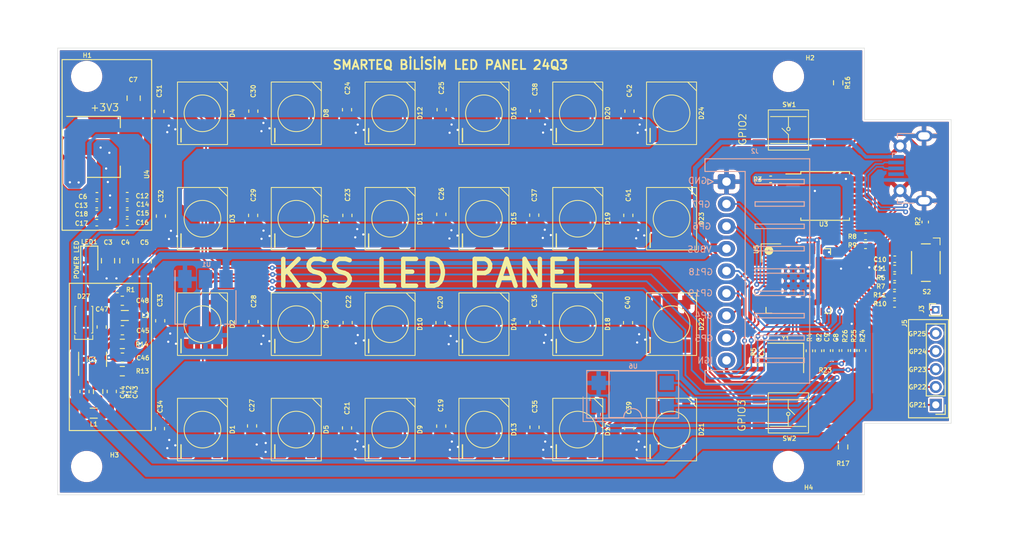
<source format=kicad_pcb>
(kicad_pcb (version 20240108) (generator "pcbnew") (generator_version "8.0")
  (title_block (title "KSS-E") (date "2020-07-13") (rev "REV1") (company "SmartEQ Bilisim"))
  (layers (0 "F.Cu" jumper) (31 "B.Cu" signal) (34 "B.Paste" user) (35 "F.Paste" user) (36 "B.SilkS" user "B.Silkscreen") (37 "F.SilkS" user "F.Silkscreen") (38 "B.Mask" user) (39 "F.Mask" user) (44 "Edge.Cuts" user))
  (net 0 "")
  (net 1 "GND")
  (net 2 "VBUS")
  (net 3 "/Main_MCU/XIN")
  (net 4 "Net-(C2-Pad1)")
  (net 5 "+3V3")
  (net 6 "+1V1")
  (net 7 "GPIO18")
  (net 8 "+5V")
  (net 9 "GPIO20")
  (net 10 "/Main_MCU/GPIO9")
  (net 11 "GPIO4")
  (net 12 "GPIO6")
  (net 13 "GPIO7")
  (net 14 "Net-(D4-DOUT)")
  (net 15 "Net-(D11-DIN)")
  (net 16 "Net-(D12-DIN)")
  (net 17 "Net-(D13-DIN)")
  (net 18 "GPIO5")
  (net 19 "Net-(D1-DOUT)")
  (net 20 "/Main_MCU/GPIO11")
  (net 21 "Net-(D2-DOUT)")
  (net 22 "/Main_MCU/GPIO16")
  (net 23 "/Main_MCU/GPIO17")
  (net 24 "Net-(D3-DOUT)")
  (net 25 "ADC_VREF")
  (net 26 "Net-(D5-DOUT)")
  (net 27 "Net-(D12-DOUT)")
  (net 28 "/Main_MCU/GPIO15")
  (net 29 "/Main_MCU/GPIO8")
  (net 30 "/Main_MCU/GPIO12")
  (net 31 "Net-(D16-DOUT)")
  (net 32 "Net-(D20-DOUT)")
  (net 33 "Net-(LED1-Pad2)")
  (net 34 "Net-(D10-DIN)")
  (net 35 "/Main_MCU/GPIO13")
  (net 36 "Net-(D10-DOUT)")
  (net 37 "Net-(D11-DOUT)")
  (net 39 "Net-(D13-DOUT)")
  (net 40 "/Main_MCU/GPIO14")
  (net 41 "GPIO19")
  (net 42 "Net-(D14-DOUT)")
  (net 43 "Net-(D15-DOUT)")
  (net 44 "Net-(D17-DOUT)")
  (net 45 "/Main_MCU/GPIO10")
  (net 46 "Net-(D18-DOUT)")
  (net 47 "Net-(D19-DOUT)")
  (net 48 "/Main_MCU/USB_D-")
  (net 49 "/Main_MCU/USB_D+")
  (net 50 "Net-(J3-Pin_1)")
  (net 51 "/Main_MCU/QSPI_SS")
  (net 52 "/Main_MCU/XOUT")
  (net 53 "Net-(U5-TESTEN)")
  (net 54 "Net-(U5-ADC_AVDD)")
  (net 55 "/Main_MCU/GPIO29_ADC3")
  (net 56 "Net-(R16-Pad1)")
  (net 57 "Net-(R17-Pad1)")
  (net 58 "/Main_MCU/GPIO21")
  (net 59 "/Main_MCU/GPIO22")
  (net 60 "/Main_MCU/GPIO23")
  (net 61 "/Main_MCU/GPIO24")
  (net 62 "/Main_MCU/GPIO25")
  (net 63 "/Main_MCU/QSPI_SD1")
  (net 64 "/Main_MCU/QSPI_SD2")
  (net 65 "/Main_MCU/QSPI_SD0")
  (net 66 "/Main_MCU/QSPI_SCLK")
  (net 67 "/Main_MCU/QSPI_SD3")
  (net 68 "/Main_MCU/GPIO0")
  (net 69 "/Main_MCU/GPIO1")
  (net 70 "/Main_MCU/GPIO2")
  (net 71 "/Main_MCU/GPIO3")
  (net 72 "/Main_MCU/SWCLK")
  (net 73 "/Main_MCU/SWD")
  (net 74 "/Main_MCU/RUN")
  (net 75 "/Main_MCU/GPIO26_ADC0")
  (net 76 "/Main_MCU/GPIO27_ADC1")
  (net 77 "/Main_MCU/GPIO28_ADC2")
  (net 80 "IGN")
  (net 81 "Net-(R23-Pad2)")
  (net 82 "Net-(R24-Pad1)")
  (net 83 "Net-(R25-Pad2)")
  (net 85 "/Main_MCU/USB_DP")
  (net 86 "/Main_MCU/USB_DN")
  (net 87 "Net-(IC1-FB)")
  (net 88 "Net-(IC1-SW)")
  (net 89 "Net-(IC1-BS)")
  (net 90 "Net-(IC1-IN)")
  (net 91 "Net-(IC1-EN)")
  (net 93 "/Main_MCU/~{USB_BOOT}")
  (footprint "Capacitor_SMD:C_0603_1608Metric" (layer "F.Cu") (at 116.456 107.5484 90)
    (property "Reference" "C32")
    (property "Value" "0.1uF")
  )
  (footprint "Footprint Library:LED_WS2812B_PLCC4_5.0x5.0mm_P3.2mm" (layer "F.Cu") (at 142.106 119.6484 90)
    (property "Reference" "D10")
    (property "Value" "WS2812B")
  )
  (footprint "Capacitor_SMD:C_0402_1005Metric" (layer "F.Cu") (at 198.566 115.3884 180)
    (property "Reference" "R7")
    (property "Value" "1R")
  )
  (footprint "Capacitor_SMD:C_0805_2012Metric" (layer "F.Cu") (at 110.536 112.5484 90)
    (property "Reference" "C3")
    (property "Value" "1uF")
  )
  (footprint "Capacitor_SMD:C_0603_1608Metric" (layer "F.Cu") (at 126.816 119.3684 90)
    (property "Reference" "C28")
    (property "Value" "0.1uF")
  )
  (footprint "Capacitor_SMD:C_0402_1005Metric" (layer "F.Cu") (at 111.576 115.7784 180)
    (property "Reference" "R1")
    (property "Value" "6.98K")
  )
  (footprint "Capacitor_SMD:C_0402_1005Metric" (layer "F.Cu") (at 109.296 105.2784 180)
    (property "Reference" "C6")
    (property "Value" "100nF")
  )
  (footprint "Footprint Library:LED_WS2812B_PLCC4_5.0x5.0mm_P3.2mm" (layer "F.Cu") (at 121.106 131.4484 90)
    (property "Reference" "D1")
    (property "Value" "WS2812B")
  )
  (footprint "Package_TO_SOT_SMD:SOT-223-3_TabPin2" (layer "F.Cu") (at 110.006 99.8084)
    (property "Reference" "U4")
    (property "Value" "LM1117-3.3")
  )
  (footprint "Capacitor_SMD:C_0603_1608Metric" (layer "F.Cu") (at 158.326 95.7784 90)
    (property "Reference" "C38")
    (property "Value" "0.1uF")
  )
  (footprint "Capacitor_SMD:C_0402_1005Metric" (layer "F.Cu") (at 193.996 122.5984 -90)
    (property "Reference" "R25")
    (property "Value" "DNP")
  )
  (footprint "Connector_PinHeader_2.00mm:PinHeader_1x05_P2.00mm_Vertical" (layer "F.Cu") (at 203.176 128.6784 180)
    (property "Reference" "J5")
    (property "Value" "DNP")
  )
  (footprint "Capacitor_SMD:C_0402_1005Metric" (layer "F.Cu") (at 193.016 122.5984 -90)
    (property "Reference" "R26")
    (property "Value" "1K")
  )
  (footprint "Capacitor_SMD:C_0402_1005Metric" (layer "F.Cu") (at 198.556 116.3784 180)
    (property "Reference" "R11")
    (property "Value" "1K")
  )
  (footprint "Inductor_SMD:L_0805_2012Metric" (layer "F.Cu") (at 108.936 129.6084 180)
    (property "Reference" "L1")
    (property "Value" "LQM21PN2R2MC0D")
  )
  (footprint "Capacitor_SMD:C_0402_1005Metric" (layer "F.Cu") (at 190.046 122.6284 90)
    (property "Reference" "C2")
    (property "Value" "27pF")
  )
  (footprint "Capacitor_SMD:C_0603_1608Metric" (layer "F.Cu") (at 147.746 119.4884 90)
    (property "Reference" "C20")
    (property "Value" "0.1uF")
  )
  (footprint "Footprint Library:LED_WS2812B_PLCC4_5.0x5.0mm_P3.2mm" (layer "F.Cu") (at 142.106 107.8484 90)
    (property "Reference" "D11")
    (property "Value" "WS2812B")
  )
  (footprint "Capacitor_SMD:C_0402_1005Metric" (layer "F.Cu") (at 112.686 107.2484)
    (property "Reference" "C15")
    (property "Value" "100nF")
  )
  (footprint "Capacitor_SMD:C_0603_1608Metric" (layer "F.Cu") (at 126.776 107.4784 90)
    (property "Reference" "C29")
    (property "Value" "0.1uF")
  )
  (footprint "Capacitor_SMD:C_0603_1608Metric" (layer "F.Cu") (at 137.286 95.6484 90)
    (property "Reference" "C24")
    (property "Value" "0.1uF")
  )
  (footprint "Capacitor_SMD:C_0603_1608Metric" (layer "F.Cu") (at 110.956 127.1784 90)
    (property "Reference" "C43")
    (property "Value" "33pF")
  )
  (footprint "Footprint Library:LED_WS2812B_PLCC4_5.0x5.0mm_P3.2mm" (layer "F.Cu") (at 121.106 119.6484 90)
    (property "Reference" "D2")
    (property "Value" "WS2812B")
  )
  (footprint "Capacitor_SMD:C_0603_1608Metric" (layer "F.Cu") (at 112.151 123.3884)
    (property "Reference" "C46")
    (property "Value" "10uF")
  )
  (footprint "Capacitor_SMD:C_0402_1005Metric" (layer "F.Cu") (at 194.976 122.5984 90)
    (property "Reference" "R24")
    (property "Value" "33R")
  )
  (footprint "Footprint Library:LED_WS2812B_PLCC4_5.0x5.0mm_P3.2mm" (layer "F.Cu") (at 142.106 96.0484 90)
    (property "Reference" "D12")
    (property "Value" "WS2812B")
  )
  (footprint "Footprint Library:LED_WS2812B_PLCC4_5.0x5.0mm_P3.2mm" (layer "F.Cu") (at 131.606 107.8484 90)
    (property "Reference" "D7")
    (property "Value" "WS2812B")
  )
  (footprint "Connector_PinHeader_1.00mm:PinHeader_1x01_P1.00mm_Vertical" (layer "F.Cu") (at 203.166 118.0384)
    (property "Reference" "J3")
    (property "Value" "DNP")
  )
  (footprint "Capacitor_SMD:C_0805_2012Metric" (layer "F.Cu") (at 112.586 112.5484 90)
    (property "Reference" "C4")
    (property "Value" "10uF")
  )
  (footprint "Resistor_SMD:R_0603_1608Metric" (layer "F.Cu") (at 192.806 133.3884 -90)
    (property "Reference" "R17")
    (property "Value" "22R")
  )
  (footprint "Capacitor_SMD:C_0603_1608Metric" (layer "F.Cu") (at 137.356 119.4784 90)
    (property "Reference" "C22")
    (property "Value" "0.1uF")
  )
  (footprint "Footprint Library:LED_WS2812B_PLCC4_5.0x5.0mm_P3.2mm" (layer "F.Cu") (at 173.606 107.8484 90)
    (property "Reference" "D23")
    (property "Value" "WS2812B")
  )
  (footprint "Footprint Library:LED_WS2812B_PLCC4_5.0x5.0mm_P3.2mm" (layer "F.Cu") (at 173.606 119.6484 90)
    (property "Reference" "D22")
    (property "Value" "WS2812B")
  )
  (footprint "Footprint Library:LED_WS2812B_PLCC4_5.0x5.0mm_P3.2mm" (layer "F.Cu") (at 173.606 96.0484 90)
    (property "Reference" "D24")
    (property "Value" "WS2812B")
  )
  (footprint "LED_SMD:LED_0805_2012Metric" (layer "F.Cu") (at 108.436 112.5984 -90)
    (property "Reference" "LED1")
    (property "Value" "NCD0805R1 ")
  )
  (footprint "Capacitor_SMD:C_0603_1608Metric" (layer "F.Cu") (at 109.826 119.9634 -90)
    (property "Reference" "C47")
    (property "Value" "10uF")
  )
  (footprint "RP2040_minimal:RP2040-QFN-56" (layer "F.Cu") (at 187.786 114.8109)
    (property "Reference" "U5")
    (property "Value" "RP2040")
  )
  (footprint "Crystal:Crystal_SMD_3225-4Pin_3.2x2.5mm" (layer "F.Cu") (at 186.386 123.4284 180)
    (property "Reference" "Y1")
    (property "Value" "12000Mhz")
  )
  (footprint "Footprint Library:LED_WS2812B_PLCC4_5.0x5.0mm_P3.2mm" (layer "F.Cu") (at 152.606 96.0484 90)
    (property "Reference" "D16")
    (property "Value" "WS2812B")
  )
  (footprint "Capacitor_SMD:C_0603_1608Metric" (layer "F.Cu") (at 147.826 131.0584 90)
    (property "Reference" "C19")
    (property "Value" "0.1uF")
  )
  (footprint "Package_SO:SOIC-8_5.23x5.23mm_P1.27mm" (layer "F.Cu") (at 190.796 105.2984)
    (property "Reference" "U3")
    (property "Value" "W25Q16JVS")
  )
  (footprint "Footprint Library:K2-1109SP-I4SA-04" (layer "F.Cu") (at 186.686 97.9184 90)
    (property "Reference" "SW1")
    (property "Value" "K2-1109SP-I4SA-04")
  )
  (footprint "Capacitor_SMD:C_0603_1608Metric" (layer "F.Cu") (at 116.276 95.8384 90)
    (property "Reference" "C31")
    (property "Value" "0.1uF")
  )
  (footprint "Capacitor_SMD:C_0402_1005Metric" (layer "F.Cu") (at 198.576 114.4084)
    (property "Reference" "R6")
    (property "Value" "200R")
  )
  (footprint "Capacitor_SMD:C_0603_1608Metric" (layer "F.Cu") (at 116.346 131.3384 90)
    (property "Reference" "C34")
    (property "Value" "0.1uF")
  )
  (footprint "Footprint Library:LED_WS2812B_PLCC4_5.0x5.0mm_P3.2mm" (layer "F.Cu") (at 152.606 107.8484 90)
    (property "Reference" "D15")
    (property "Value" "WS2812B")
  )
  (footprint "Capacitor_SMD:C_0603_1608Metric" (layer "F.Cu") (at 168.766 107.4734 90)
    (property "Reference" "C41")
    (property "Value" "0.1uF")
  )
  (footprint "Resistor_SMD:R_0603_1608Metric" (layer "F.Cu") (at 192.256 92.6334 90)
    (property "Reference" "R16")
    (property "Value" "22R")
  )
  (footprint "Footprint Library:SS14" (layer "F.Cu") (at 107.826 119.1484 90)
    (property "Reference" "D27")
    (property "Value" "SS14" (hide yes))
  )
  (footprint "Capacitor_SMD:C_0603_1608Metric" (layer "F.Cu") (at 126.796 95.8084 90)
    (property "Reference" "C30")
    (property "Value" "0.1uF")
  )
  (footprint "Capacitor_SMD:C_0402_1005Metric" (layer "F.Cu") (at 192.016 122.6084 -90)
    (property "Reference" "C8")
    (property "Value" "100nF")
  )
  (footprint "Footprint Library:LED_WS2812B_PLCC4_5.0x5.0mm_P3.2mm" (layer "F.Cu") (at 131.606 131.4484 90)
    (property "Reference" "D5")
    (property "Value" "WS2812B")
  )
  (footprint "Capacitor_SMD:C_0603_1608Metric" (layer "F.Cu") (at 137.326 107.4784 90)
    (property "Reference" "C23")
    (property "Value" "0.1uF")
  )
  (footprint "Capacitor_SMD:C_0603_1608Metric" (layer "F.Cu") (at 107.906 127.1884 -90)
    (property "Reference" "C44")
    (property "Value" "100nF")
  )
  (footprint "Capacitor_SMD:C_0402_1005Metric" (layer "F.Cu") (at 109.276 106.2684 180)
    (property "Reference" "C13")
    (property "Value" "100nF")
  )
  (footprint "Capacitor_SMD:C_0603_1608Metric" (layer "F.Cu") (at 126.656 131.0384 90)
    (property "Reference" "C27")
    (property "Value" "0.1uF")
  )
  (footprint "Capacitor_SMD:C_0805_2012Metric" (layer "F.Cu") (at 114.646 112.5484 90)
    (property "Reference" "C5")
    (property "Value" "1uF")
  )
  (footprint "Footprint Library:LED_WS2812B_PLCC4_5.0x5.0mm_P3.2mm" (layer "F.Cu") (at 121.106 96.0484 90)
    (property "Reference" "D4")
    (property "Value" "WS2812B")
  )
  (footprint "MountingHole:MountingHole_3mm" (layer "F.Cu") (at 108.146 135.5784)
    (property "Reference" "H3")
    (property "Value" "DNP")
  )
  (footprint "Capacitor_SMD:C_0603_1608Metric" (layer "F.Cu") (at 112.136 117.0284)
    (property "Reference" "C48")
    (property "Value" "1uF")
  )
  (footprint "Capacitor_SMD:C_0402_1005Metric" (layer "F.Cu") (at 201.996 108.2184 -90)
    (property "Reference" "R2")
    (property "Value" "1K")
  )
  (footprint "Footprint Library:SKRPANE010" (layer "F.Cu") (at 202.066 112.7634 -90)
    (property "Reference" "S2")
    (property "Value" "SKRPANE010" (hide yes))
  )
  (footprint "Resistor_SMD:R_0603_1608Metric" (layer "F.Cu") (at 109.426 127.1934 -90)
    (property "Reference" "R12")
    (property "Value" "23.7K")
  )
  (footprint "Capacitor_SMD:C_0402_1005Metric" (layer "F.Cu") (at 183.746 124.2084 -90)
    (property "Reference" "C1")
    (property "Value" "27pF")
  )
  (footprint "Footprint Library:LED_WS2812B_PLCC4_5.0x5.0mm_P3.2mm" (layer "F.Cu") (at 163.106 107.8484 90)
    (property "Reference" "D19")
    (property "Value" "WS2812B")
  )
  (footprint "Capacitor_SMD:C_0402_1005Metric" (layer "F.Cu") (at 189.036 122.6284 -90)
    (property "Reference" "R4")
    (property "Value" "1K")
  )
  (footprint "Capacitor_SMD:C_0402_1005Metric" (layer "F.Cu") (at 112.686 106.2584)
    (property "Reference" "C14")
    (property "Value" "100nF")
  )
  (footprint "Footprint Library:LED_WS2812B_PLCC4_5.0x5.0mm_P3.2mm" (layer "F.Cu") (at 163.106 119.6484 90)
    (property "Reference" "D18")
    (property "Value" "WS2812B")
  )
  (footprint "Inductor_SMD:L_0805_2012Metric" (layer "F.Cu") (at 112.416 118.6784)
    (property "Reference" "L2")
    (property "Value" "LQM21PN2R2MC0D")
  )
  (footprint "Resistor_SMD:R_0603_1608Metric" (layer "F.Cu") (at 112.136 121.8584)
    (property "Reference" "R14")
    (property "Value" "10K")
  )
  (footprint "Capacitor_SMD:C_0603_1608Metric" (layer "F.Cu") (at 112.146 120.3284 180)
    (property "Reference" "C45")
    (property "Value" "4.7uF/50V")
  )
  (footprint "Capacitor_SMD:C_0402_1005Metric" (layer "F.Cu") (at 191.026 122.6084 -90)
    (property "Reference" "C9")
    (property "Value" "100nF")
  )
  (footprint "MountingHole:MountingHole_3mm" (layer "F.Cu") (at 186.686 135.5784)
    (property "Reference" "H4")
    (property "Value" "DNP")
  )
  (footprint "Capacitor_SMD:C_0402_1005Metric" (layer "F.Cu") (at 198.566 117.3884)
    (property "Reference" "R10")
    (property "Value" "10K")
  )
  (footprint "Footprint Library:LED_WS2812B_PLCC4_5.0x5.0mm_P3.2mm" (layer "F.Cu") (at 163.106 96.0484 90)
    (property "Reference" "D20")
    (property "Value" "WS2812B")
  )
  (footprint "Capacitor_SMD:C_0402_1005Metric" (layer "F.Cu") (at 195.316 110.8284 180)
    (property "Reference" "R9")
    (property "Value" "27R")
  )
  (footprint "Package_TO_SOT_SMD:SOT-23-6" (layer "F.Cu") (at 108.806 123.5859 90)
    (property "Reference" "IC1")
    (property "Value" "BL9342")
  )
  (footprint "Footprint Library:LED_WS2812B_PLCC4_5.0x5.0mm_P3.2mm" (layer "F.Cu") (at 142.106 131.4484 90)
    (property "Reference" "D9")
    (property "Value" "WS2812B")
  )
  (footprint "Capacitor_SMD:C_0402_1005Metric" (layer "F.Cu") (at 198.586 112.3784)
    (property "Reference" "C10")
    (property "Value" "1uF")
  )
  (footprint "Footprint Library:LED_WS2812B_PLCC4_5.0x5.0mm_P3.2mm" (layer "F.Cu") (at 163.106 131.4484 90)
    (property "Reference" "D17")
    (property "Value" "WS2812B")
  )
  (footprint "Capacitor_SMD:C_0402_1005Metric" (layer "F.Cu") (at 112.686 105.2684)
    (property "Reference" "C12")
    (property "Value" "100nF")
  )
  (footprint "Capacitor_SMD:C_0402_1005Metric" (layer "F.Cu") (at 184.696 103.4384)
    (property "Reference" "R3")
    (property "Value" "DNP")
  )
  (footprint "Capacitor_SMD:C_0603_1608Metric" (layer "F.Cu") (at 116.376 119.2684 90)
    (property "Reference" "C33")
    (property "Value" "0.1uF")
  )
  (footprint "Capacitor_SMD:C_0603_1608Metric" (layer "F.Cu") (at 147.836 107.3584 90)
    (property "Reference" "C26")
    (property "Value" "0.1uF")
  )
  (footprint "Footprint Library:LED_WS2812B_PLCC4_5.0x5.0mm_P3.2mm" (layer "F.Cu") (at 152.606 119.6484 90)
    (property "Reference" "D14")
    (property "Value" "WS2812B")
  )
  (footprint "Capacitor_SMD:C_0402_1005Metric" (layer "F.Cu") (at 190.886 125.6284)
    (property "Reference" "R23")
    (property "Value" "2.2K")
  )
  (footprint "MountingHole:MountingHole_3mm" (layer "F.Cu") (at 108.146 91.9184)
    (property "Reference" "H1")
    (property "Value" "DNP")
  )
  (footprint "Capacitor_SMD:C_0603_1608Metric" (layer "F.Cu") (at 158.236 107.4484 90)
    (property "Reference" "C37")
    (property "Value" "0.1uF")
  )
  (footprint "Footprint Library:K2-1109SP-I4SA-04" (layer "F.Cu") (at 186.686 129.5784 -90)
    (property "Reference" "SW2")
    (property "Value" "K2-1109SP-I4SA-04" (hide yes))
  )
  (footprint "Resistor_SMD:R_0603_1608Metric" (layer "F.Cu") (at 112.136 124.9084)
    (property "Reference" "R13")
    (property "Value" "124K")
  )
  (footprint "Capacitor_SMD:C_0402_1005Metric" (layer "F.Cu") (at 109.276 108.2884 180)
    (property "Reference" "C17")
    (property "Value" "100nF")
  )
  (footprint "Footprint Library:LED_WS2812B_PLCC4_5.0x5.0mm_P3.2mm" (layer "F.Cu") (at 131.606 119.6484 90)
    (property "Reference" "D6")
    (property "Value" "WS2812B")
  )
  (footprint "Capacitor_SMD:C_0805_2012Metric" (layer "F.Cu") (at 113.406 94.3584 90)
    (property "Reference" "C7")
    (property "Value" "10uF")
  )
  (footprint "Capacitor_SMD:C_0603_1608Metric" (layer "F.Cu") (at 158.276 119.4184 90)
    (property "Reference" "C36")
    (property "Value" "0.1uF")
  )
  (footprint "Capacitor_SMD:C_0402_1005Metric" (layer "F.Cu") (at 112.686 108.2484)
    (property "Reference" "C16")
    (property "Value" "100nF")
  )
  (footprint "Capacitor_SMD:C_0603_1608Metric" (layer "F.Cu") (at 137.286 131.2684 90)
    (property "Reference" "C21")
    (property "Value" "0.1uF")
  )
  (footprint "Capacitor_SMD:C_0402_1005Metric" (layer "F.Cu") (at 195.316 109.8384 180)
    (property "Reference" "R8")
    (property "Value" "27R")
  )
  (footprint "Capacitor_SMD:C_0603_1608Metric" (layer "F.Cu") (at 158.266 131.1834 90)
    (property "Reference" "C35")
    (property "Value" "0.1uF")
  )
  (footprint "Footprint Library:LED_WS2812B_PLCC4_5.0x5.0mm_P3.2mm" (layer "F.Cu") (at 121.106 107.8484 90)
    (property "Reference" "D3")
    (property "Value" "WS2812B")
  )
  (footprint "Capacitor_SMD:C_0603_1608Metric" (layer "F.Cu") (at 168.896 95.8084 90)
    (property "Reference" "C42")
    (property "Value" "0.1uF")
  )
  (footprint "Capacitor_SMD:C_0402_1005Metric" (layer "F.Cu") (at 109.286 107.2584 180)
    (property "Reference" "C18")
    (property "Value" "100nF")
  )
  (footprint "Capacitor_SMD:C_0603_1608Metric" (layer "F.Cu") (at 168.736 119.4884 90)
    (property "Reference" "C40")
    (property "Value" "0.1uF")
  )
  (footprint "Capacitor_SMD:C_0402_1005Metric" (layer "F.Cu") (at 198.576 113.4184)
    (property "Reference" "C11")
    (property "Value" "1uF")
  )
  (footprint "Footprint Library:LED_WS2812B_PLCC4_5.0x5.0mm_P3.2mm" (layer "F.Cu") (at 173.606 131.4484 90)
    (property "Reference" "D21")
    (property "Value" "WS2812B")
  )
  (footprint "Capacitor_SMD:C_0603_1608Metric" (layer "F.Cu") (at 168.866 131.3284 90)
    (property "Reference" "C39")
    (property "Value" "0.1uF")
  )
  (footprint "Capacitor_SMD:C_0402_1005Metric" (layer "F.Cu") (at 182.756 124.2084 -90)
    (property "Reference" "R5")
    (property "Value" "0R")
  )
  (footprint "MountingHole:MountingHole_3mm" (layer "F.Cu") (at 186.686 91.9184)
    (property "Reference" "H2")
    (property "Value" "DNP")
  )
  (footprint "Capacitor_SMD:C_0603_1608Metric" (layer "F.Cu") (at 147.876 95.6384 90)
    (property "Reference" "C25")
    (property "Value" "0.1uF")
  )
  (footprint "Footprint Library:LED_WS2812B_PLCC4_5.0x5.0mm_P3.2mm" (layer "F.Cu") (at 131.606 96.0484 90)
    (property "Reference" "D8")
    (property "Value" "WS2812B")
  )
  (footprint "Footprint Library:LED_WS2812B_PLCC4_5.0x5.0mm_P3.2mm" (layer "F.Cu") (at 152.606 131.4484 90)
    (property "Reference" "D13")
    (property "Value" "WS2812B")
  )
  (footprint "Footprint Library:Micro-B SMD" (layer "B.Cu") (at 199.18225 102.2084 -90)
    (property "Reference" "J4" (hide yes))
    (property "Value" "SHOU HAN MICRO XNJ ZB" (hide yes))
  )
  (footprint "Package_TO_SOT_SMD:SOT-223-3_TabPin2" (layer "B.Cu") (at 121.446 117.7384 -90)
    (property "Reference" "U1")
    (property "Value" "DNP")
  )
  (footprint "Package_DIP:DIP-4_W7.62mm_SMDSocket_SmallPads" (layer "B.Cu") (at 169.256 127.4984)
    (property "Reference" "U6")
    (property "Value" "PC817")
  )
  (footprint "Connector_JST:JST_XH_S9B-XH-A_1x09_P2.50mm_Horizontal" (layer "B.Cu") (at 179.756 103.6984 -90)
    (property "Reference" "J2")
    (property "Value" "JST_XH_S9B-XH-A_1x09_P2.50mm_Horizontal_MALE")
  )
  (gr_rect (start 106.206 115.0734) (end 115.396 131.5534) (stroke (width 0.12)) (fill none) (layer "F.SilkS"))
  (gr_rect (start 200.126 119.1384) (end 204.606 130.1284) (stroke (width 0.12)) (fill none) (layer "F.SilkS"))
  (gr_rect (start 105.396 90.0384) (end 115.416 109.1384) (stroke (width 0.12)) (fill none) (layer "F.SilkS"))
  (gr_line (start 195.196 138.7484) (end 195.196 130.7484) (stroke (width 0.05)) (layer "Edge.Cuts"))
  (gr_line (start 195.196 138.7484) (end 104.896 138.7484) (stroke (width 0.05)) (layer "Edge.Cuts"))
  (gr_line (start 195.196 130.7484) (end 204.896 130.7484) (stroke (width 0.05)) (layer "Edge.Cuts"))
  (gr_line (start 195.196 88.7484) (end 104.896 88.7484) (stroke (width 0.05)) (layer "Edge.Cuts"))
  (gr_line (start 204.896 96.7484) (end 204.896 130.7484) (stroke (width 0.05)) (layer "Edge.Cuts"))
  (gr_line (start 195.196 96.7484) (end 204.896 96.7484) (stroke (width 0.05)) (layer "Edge.Cuts"))
  (gr_line (start 195.196 96.7484) (end 195.196 88.7484) (stroke (width 0.05)) (layer "Edge.Cuts"))
  (gr_line (start 104.896 88.7484) (end 104.896 138.7484) (stroke (width 0.05)) (layer "Edge.Cuts"))
  (gr_text "GP19" (at 178.286 116.5784 0) (layer "B.SilkS") (effects (font (size 0.7 0.7) (thickness 0.1)) (justify left bottom mirror)))
  (gr_text "GP5" (at 178.326 121.6584 0) (layer "B.SilkS") (effects (font (size 0.7 0.7) (thickness 0.1)) (justify left bottom mirror)))
  (gr_text "GP4" (at 178.326 119.0784 0) (layer "B.SilkS") (effects (font (size 0.7 0.7) (thickness 0.1)) (justify left bottom mirror)))
  (gr_text "GP18" (at 178.306 114.2184 0) (layer "B.SilkS") (effects (font (size 0.7 0.7) (thickness 0.1)) (justify left bottom mirror)))
  (gr_text "VBUS" (at 178.146 111.6884 0) (layer "B.SilkS") (effects (font (size 0.7 0.7) (thickness 0.1)) (justify left bottom mirror)))
  (gr_text "IGN" (at 178.326 124.1184 0) (layer "B.SilkS") (effects (font (size 0.7 0.7) (thickness 0.1) (bold yes)) (justify left bottom mirror)))
  (gr_text "GND" (at 177.656 103.9984 0) (layer "B.SilkS") (effects (font (size 0.7 0.7) (thickness 0.1)) (justify left bottom mirror)))
  (gr_text "GP6" (at 178.096 109.1084 0) (layer "B.SilkS") (effects (font (size 0.7 0.7) (thickness 0.1)) (justify left bottom mirror)))
  (gr_text "GP7\n" (at 178.016 106.6584 0) (layer "B.SilkS") (effects (font (size 0.7 0.7) (thickness 0.1)) (justify left bottom mirror)))
  (gr_text "GP22\n\n" (at 200.086 127.7884 -0) (layer "F.SilkS") (effects (font (size 0.5 0.5) (thickness 0.1) (bold yes)) (justify left bottom)))
  (gr_text "GPIO3" (at 181.936 131.7384 90) (layer "F.SilkS") (effects (font (size 0.8 0.8) (thickness 0.1)) (justify left bottom)))
  (gr_text "+3V3\n" (at 108.506 95.8684 0) (layer "F.SilkS") (effects (font (size 0.8 0.8) (thickness 0.1)) (justify left bottom)))
  (gr_text "GP25\n" (at 200.056 121.0284 -0) (layer "F.SilkS") (effects (font (size 0.5 0.5) (thickness 0.1) (bold yes)) (justify left bottom)))
  (gr_text "GP24\n\n" (at 200.116 123.8184 -0) (layer "F.SilkS") (effects (font (size 0.5 0.5) (thickness 0.1) (bold yes)) (justify left bottom)))
  (gr_text "KSS LED PANEL" (at 129.106 115.7384 0) (layer "F.SilkS") (effects (font (size 3 3) (thickness 0.5) (bold yes)) (justify left bottom)))
  (gr_text "GP23\n\n" (at 200.096 125.8384 -0) (layer "F.SilkS") (effects (font (size 0.5 0.5) (thickness 0.1) (bold yes)) (justify left bottom)))
  (gr_text "GP21\n\n" (at 200.136 129.7884 -0) (layer "F.SilkS") (effects (font (size 0.5 0.5) (thickness 0.1) (bold yes)) (justify left bottom)))
  (gr_text "GPIO2\n" (at 182.026 99.6984 90) (layer "F.SilkS") (effects (font (size 0.8 0.8) (thickness 0.1)) (justify left bottom)))
  (gr_text "SMARTEQ BİLİSİM LED PANEL 24Q3" (at 135.586 91.2184 0) (layer "F.SilkS") (effects (font (size 1 1) (thickness 0.2) (bold yes)) (justify left bottom)))
  (gr_text "POWER LED\n" (at 107.310857 114.659257 90) (layer "F.SilkS") (effects (font (size 0.5 0.5) (thickness 0.1)) (justify left bottom)))
  (segment (start 111.376 123.3884) (end 110.636 123.3884) (width 0.508) (layer "F.Cu") (net 1))
  (segment (start 108.806 123.7384) (end 108.796 123.7284) (width 0.508) (layer "F.Cu") (net 1))
  (segment (start 108.806 124.7234) (end 108.806 123.7384) (width 0.508) (layer "F.Cu") (net 1))
  (via (at 110.636 123.3884) (size 0.55) (drill 0.25) (layers "F.Cu" "B.Cu") (net 1))
  (via (at 108.796 123.7284) (size 0.55) (drill 0.25) (layers "F.Cu" "B.Cu") (net 1))
  (via (at 193.766 119.6084) (size 0.55) (drill 0.25) (layers "F.Cu" "B.Cu") (net 1))
  (via (at 192.576 113.4384) (size 0.55) (drill 0.25) (layers "F.Cu" "B.Cu") (net 1))
  (via (at 190.056 121.2984) (size 0.55) (drill 0.25) (layers "F.Cu" "B.Cu") (net 1))
  (via (at 195.736 113.2984) (size 0.55) (drill 0.25) (layers "F.Cu" "B.Cu") (net 1))
  (via (at 189.646 104.7384) (size 0.55) (drill 0.25) (layers "F.Cu" "B.Cu") (net 1))
  (via (at 192.076 121.2984) (size 0.55) (drill 0.25) (layers "F.Cu" "B.Cu") (net 1))
  (via (at 185.626 121.3584) (size 0.55) (drill 0.25) (layers "F.Cu" "B.Cu") (net 1))
  (segment (start 112.911 117.4634) (end 113.4785 118.0309) (width 0.762) (layer "F.Cu") (net 2))
  (segment (start 112.056 115.7784) (end 112.466 115.7784) (width 0.508) (layer "F.Cu") (net 2))
  (segment (start 113.4785 118.0309) (end 113.4785 118.6784) (width 0.762) (layer "F.Cu") (net 2))
  (segment (start 114.536 118.6084) (end 114.466 118.6784) (width 0.762) (layer "F.Cu") (net 2))
  (segment (start 114.076 121.8584) (end 112.961 121.8584) (width 0.762) (layer "F.Cu") (net 2))
  (segment (start 114.466 118.6784) (end 113.4785 118.6784) (width 0.762) (layer "F.Cu") (net 2))
  (segment (start 112.911 116.2234) (end 112.911 117.0284) (width 0.508) (layer "F.Cu") (net 2))
  (segment (start 112.466 115.7784) (end 112.911 116.2234) (width 0.508) (layer "F.Cu") (net 2))
  (segment (start 112.911 117.0284) (end 112.911 117.4634) (width 0.762) (layer "F.Cu") (net 2))
  (segment (start 114.096 121.8384) (end 114.076 121.8584) (width 0.508) (layer "F.Cu") (net 2))
  (via (at 114.096 121.8384) (size 0.55) (drill 0.25) (layers "F.Cu" "B.Cu") (net 2))
  (via (at 114.536 118.6084) (size 0.55) (drill 0.25) (layers "F.Cu" "B.Cu") (net 2))
  (segment (start 114.536 121.3984) (end 114.096 121.8384) (width 0.762) (layer "B.Cu") (net 2))
  (segment (start 123.746 112.4884) (end 123.746 114.5884) (width 0.762) (layer "B.Cu") (net 2))
  (segment (start 114.536 118.6084) (end 114.536 121.3984) (width 0.762) (layer "B.Cu") (net 2))
  (segment (start 176.256 109.4884) (end 177.966 111.1984) (width 0.508) (layer "B.Cu") (net 2))
  (segment (start 179.136 99.2984) (end 176.256 102.1784) (width 0.508) (layer "B.Cu") (net 2))
  (segment (start 124.246 111.9884) (end 177.176 111.9884) (width 0.762) (layer "B.Cu") (net 2))
  (segment (start 124.246 111.9884) (end 123.746 112.4884) (width 0.762) (layer "B.Cu") (net 2))
  (segment (start 177.966 111.1984) (end 179.756 111.1984) (width 0.762) (layer "B.Cu") (net 2))
  (segment (start 114.536 118.6084) (end 114.536 113.9084) (width 0.762) (layer "B.Cu") (net 2))
  (segment (start 193.736 99.2984) (end 179.136 99.2984) (width 0.508) (layer "B.Cu") (net 2))
  (segment (start 116.456 111.9884) (end 124.246 111.9884) (width 0.762) (layer "B.Cu") (net 2))
  (segment (start 198.71475 100.9284) (end 198.73475 100.9084) (width 0.381) (layer "B.Cu") (net 2))
  (segment (start 194.766 100.3284) (end 195.366 100.9284) (width 0.381) (layer "B.Cu") (net 2))
  (segment (start 195.366 100.9284) (end 198.71475 100.9284) (width 0.381) (layer "B.Cu") (net 2))
  (segment (start 176.256 102.1784) (end 176.256 109.4884) (width 0.508) (layer "B.Cu") (net 2))
  (segment (start 194.766 100.3284) (end 193.736 99.2984) (width 0.508) (layer "B.Cu") (net 2))
  (segment (start 114.536 113.9084) (end 116.456 111.9884) (width 0.762) (layer "B.Cu") (net 2))
  (segment (start 177.176 111.9884) (end 177.966 111.1984) (width 0.762) (layer "B.Cu") (net 2))
  (segment (start 186.366 123.9884) (end 186.076 124.2784) (width 0.2) (layer "F.Cu") (net 3))
  (segment (start 186.366 121.4184) (end 186.366 123.9884) (width 0.2) (layer "F.Cu") (net 3))
  (segment (start 184.696 124.2784) (end 184.146 123.7284) (width 0.254) (layer "F.Cu") (net 3))
  (segment (start 187.186 120.5984) (end 186.366 121.4184) (width 0.2) (layer "F.Cu") (net 3))
  (segment (start 185.286 124.2784) (end 184.696 124.2784) (width 0.254) (layer "F.Cu") (net 3))
  (segment (start 187.186 118.2484) (end 187.186 120.5984) (width 0.2) (layer "F.Cu") (net 3))
  (segment (start 184.146 123.7284) (end 183.746 123.7284) (width 0.254) (layer "F.Cu") (net 3))
  (segment (start 186.076 124.2784) (end 185.286 124.2784) (width 0.2) (layer "F.Cu") (net 3))
  (segment (start 188.716 123.1084) (end 188.186 122.5784) (width 0.504) (layer "F.Cu") (net 4))
  (segment (start 188.186 122.5784) (end 187.486 122.5784) (width 0.504) (layer "F.Cu") (net 4))
  (segment (start 189.036 123.1084) (end 188.716 123.1084) (width 0.504) (layer "F.Cu") (net 4))
  (segment (start 189.036 123.1084) (end 190.046 123.1084) (width 0.504) (layer "F.Cu") (net 4))
  (segment (start 184.216 103.4384) (end 183.446 103.4384) (width 0.508) (layer "F.Cu") (net 5))
  (segment (start 194.976 121.0584) (end 194.736 120.8184) (width 0.381) (layer "F.Cu") (net 5))
  (segment (start 193.121 103.3934) (end 194.396 103.3934) (width 0.508) (layer "F.Cu") (net 5))
  (segment (start 194.976 122.1184) (end 194.976 121.0584) (width 0.381) (layer "F.Cu") (net 5))
  (via (at 110.756 106.6084) (size 0.55) (drill 0.25) (layers "F.Cu" "B.Cu") (net 5))
  (via (at 193.121 103.3934) (size 0.55) (drill 0.25) (layers "F.Cu" "B.Cu") (net 5))
  (via (at 194.736 120.8184) (size 0.55) (drill 0.25) (layers "F.Cu" "B.Cu") (net 5))
  (via (at 110.686 100.4684) (size 0.55) (drill 0.25) (layers "F.Cu" "B.Cu") (net 5))
  (via (at 183.446 103.4384) (size 0.55) (drill 0.25) (layers "F.Cu" "B.Cu") (net 5))
  (via (at 197.106 113.3784) (size 0.55) (drill 0.25) (layers "F.Cu" "B.Cu") (net 5))
  (via (at 110.766 105.2484) (size 0.55) (drill 0.25) (layers "F.Cu" "B.Cu") (net 5))
  (via (at 110.746 107.9384) (size 0.55) (drill 0.25) (layers "F.Cu" "B.Cu") (net 5))
  (via (at 191.226 111.5884) (size 0.55) (drill 0.25) (layers "F.Cu" "B.Cu") (net 5))
  (via (at 110.516 103.7384) (size 0.55) (drill 0.25) (layers "F.Cu" "B.Cu") (net 5))
  (via (at 197.116 114.2984) (size 0.55) (drill 0.25) (layers "F.Cu" "B.Cu") (net 5))
  (via (at 109.706 99.8884) (size 0.55) (drill 0.25) (layers "F.Cu" "B.Cu") (net 5))
  (via (at 110.326 102.2284) (size 0.55) (drill 0.25) (layers "F.Cu" "B.Cu") (net 5))
  (segment (start 191.026 122.1284) (end 192.016 122.1284) (width 0.341) (layer "F.Cu") (net 6))
  (segment (start 191.026 120.3984) (end 191.026 122.1284) (width 0.341) (layer "F.Cu") (net 6))
  (segment (start 198.106 112.3784) (end 194.496 112.3784) (width 0.254) (layer "F.Cu") (net 6))
  (segment (start 190.006 119.3184) (end 188.646 119.3184) (width 0.2) (layer "F.Cu") (net 6))
  (segment (start 192.146 110.0284) (end 190.076 110.0284) (width 0.254) (layer "F.Cu") (net 6))
  (segment (start 187.586 110.5284) (end 187.586 111.3734) (width 0.2) (layer "F.Cu") (net 6))
  (segment (start 188.646 119.3184) (end 188.386 119.0584) (width 0.2) (layer "F.Cu") (net 6))
  (segment (start 187.886 110.2284) (end 187.586 110.5284) (width 0.2) (layer "F.Cu") (net 6))
  (segment (start 189.586 110.5184) (end 189.586 111.3734) (width 0.2) (layer "F.Cu") (net 6))
  (segment (start 190.076 110.0284) (end 189.876 110.2284) (width 0.254) (layer "F.Cu") (net 6))
  (segment (start 190.006 119.3784) (end 191.026 120.3984) (width 0.341) (layer "F.Cu") (net 6))
  (segment (start 189.876 110.2284) (end 189.586 110.5184) (width 0.2) (layer "F.Cu") (net 6))
  (segment (start 188.386 119.0584) (end 188.386 118.2484) (width 0.2) (layer "F.Cu") (net 6))
  (segment (start 194.496 112.3784) (end 192.146 110.0284) (width 0.254) (layer "F.Cu") (net 6))
  (segment (start 190.006 119.3184) (end 190.006 119.3784) (width 0.341) (layer "F.Cu") (net 6))
  (via (at 187.886 110.2284) (size 0.55) (drill 0.25) (layers "F.Cu" "B.Cu") (net 6))
  (via (at 190.006 119.3184) (size 0.55) (drill 0.25) (layers "F.Cu" "B.Cu") (net 6))
  (via (at 189.876 110.2284) (size 0.55) (drill 0.25) (layers "F.Cu" "B.Cu") (net 6))
  (segment (start 187.886 110.2284) (end 189.876 110.2284) (width 0.341) (layer "B.Cu") (net 6))
  (segment (start 190.006 110.3584) (end 189.876 110.2284) (width 0.381) (layer "B.Cu") (net 6))
  (segment (start 190.006 119.3184) (end 190.006 110.3584) (width 0.381) (layer "B.Cu") (net 6))
  (segment (start 191.206 118.1084) (end 191.206 117.4284) (width 0.2) (layer "F.Cu") (net 7))
  (segment (start 191.206 117.4284) (end 191.2235 117.4109) (width 0.2) (layer "F.Cu") (net 7))
  (via (at 191.206 118.1084) (size 0.55) (drill 0.25) (layers "F.Cu" "B.Cu") (net 7))
  (segment (start 184.146 119.9584) (end 190.716 119.9584) (width 0.2) (layer "B.Cu") (net 7))
  (segment (start 182.316 114.9084) (end 182.316 118.1284) (width 0.2) (layer "B.Cu") (net 7))
  (segment (start 190.716 119.9584) (end 191.206 119.4684) (width 0.2) (layer "B.Cu") (net 7))
  (segment (start 181.106 113.6984) (end 182.316 114.9084) (width 0.2) (layer "B.Cu") (net 7))
  (segment (start 191.206 119.4684) (end 191.206 118.1084) (width 0.2) (layer "B.Cu") (net 7))
  (segment (start 179.756 113.6984) (end 181.106 113.6984) (width 0.2) (layer "B.Cu") (net 7))
  (segment (start 182.316 118.1284) (end 184.146 119.9584) (width 0.2) (layer "B.Cu") (net 7))
  (segment (start 110.956 129.2184) (end 110.956 127.9534) (width 0.508) (layer "F.Cu") (net 8))
  (segment (start 112.586 127.5984) (end 112.231 127.9534) (width 0.508) (layer "F.Cu") (net 8))
  (segment (start 112.231 127.9534) (end 110.956 127.9534) (width 0.508) (layer "F.Cu") (net 8))
  (segment (start 110.566 129.6084) (end 110.956 129.2184) (width 0.508) (layer "F.Cu") (net 8))
  (segment (start 112.961 127.2234) (end 112.961 123.4234) (width 0.508) (layer "F.Cu") (net 8))
  (segment (start 109.9985 129.6084) (end 110.566 129.6084) (width 0.508) (layer "F.Cu") (net 8))
  (segment (start 112.586 127.5984) (end 112.961 127.2234) (width 0.508) (layer "F.Cu") (net 8))
  (segment (start 112.961 123.4234) (end 112.926 123.3884) (width 0.508) (layer "F.Cu") (net 8))
  (via (at 159.3335 121.7359) (size 0.55) (drill 0.25) (layers "F.Cu" "B.Cu") (net 8))
  (via (at 170.596 133.3884) (size 0.55) (drill 0.25) (layers "F.Cu" "B.Cu") (net 8))
  (via (at 117.336 97.4284) (size 0.55) (drill 0.25) (layers "F.Cu" "B.Cu") (net 8))
  (via (at 138.486 120.8684) (size 0.55) (drill 0.25) (layers "F.Cu" "B.Cu") (net 8))
  (via (at 149.646 109.7384) (size 0.55) (drill 0.25) (layers "F.Cu" "B.Cu") (net 8))
  (via (at 149.566 121.5684) (size 0.55) (drill 0.25) (layers "F.Cu" "B.Cu") (net 8))
  (via (at 159.226 98.2084) (size 0.55) (drill 0.25) (layers "F.Cu" "B.Cu") (net 8))
  (via (at 117.496 120.6984) (size 0.55) (drill 0.25) (layers "F.Cu" "B.Cu") (net 8))
  (via (at 138.486 97.3084) (size 0.55) (drill 0.25) (layers "F.Cu" "B.Cu") (net 8))
  (via (at 170.656 121.3784) (size 0.55) (drill 0.25) (layers "F.Cu" "B.Cu") (net 8))
  (via (at 128.616 109.7784) (size 0.55) (drill 0.25) (layers "F.Cu" "B.Cu") (net 8))
  (via (at 148.986 97.3084) (size 0.55) (drill 0.25) (layers "F.Cu" "B.Cu") (net 8))
  (via (at 160.146 133.3884) (size 0.55) (drill 0.25) (layers "F.Cu" "B.Cu") (net 8))
  (via (at 117.386 132.6084) (size 0.55) (drill 0.25) (layers "F.Cu" "B.Cu") (net 8))
  (via (at 106.266 103.7684) (size 0.55) (drill 0.25) (layers "F.Cu" "B.Cu") (net 8))
  (via (at 139.166 97.9084) (size 0.55) (drill 0.25) (layers "F.Cu" "B.Cu") (net 8))
  (via (at 149.666 97.9084) (size 0.55) (drill 0.25) (layers "F.Cu" "B.Cu") (net 8))
  (via (at 170.716 97.9084) (size 0.55) (drill 0.25) (layers "F.Cu" "B.Cu") (net 8))
  (via (at 159.196 109.9984) (size 0.55) (drill 0.25) (layers "F.Cu" "B.Cu") (net 8))
  (via (at 159.246 133.7084) (size 0.55) (drill 0.25) (layers "F.Cu" "B.Cu") (net 8))
  (via (at 118.136 121.8384) (size 0.55) (drill 0.25) (layers "F.Cu" "B.Cu") (net 8))
  (via (at 117.166 133.5284) (size 0.55) (drill 0.25) (layers "F.Cu" "B.Cu") (net 8))
  (via (at 139.166 121.4684) (size 0.55) (drill 0.25) (layers "F.Cu" "B.Cu") (net 8))
  (via (at 127.716 110.0984) (size 0.55) (drill 0.25) (layers "F.Cu" "B.Cu") (net 8))
  (via (at 127.916 120.9484) (size 0.55) (drill 0.25) (layers "F.Cu" "B.Cu") (net 8))
  (via (at 138.266 98.2284) (size 0.55) (drill 0.25) (layers "F.Cu" "B.Cu") (net 8))
  (via (at 139.106 109.6084) (size 0.55) (drill 0.25) (layers "F.Cu" "B.Cu") (net 8))
  (via (at 170.546 109.7184) (size 0.55) (drill 0.25) (layers "F.Cu" "B.Cu") (net 8))
  (via (at 170.036 97.3084) (size 0.55) (drill 0.25) (layers "F.Cu" "B.Cu") (net 8))
  (via (at 128.606 97.7284) (size 0.55) (drill 0.25) (layers "F.Cu" "B.Cu") (net 8))
  (via (at 169.816 98.2284) (size 0.55) (drill 0.25) (layers "F.Cu" "B.Cu") (net 8))
  (via (at 107.246 103.7884) (size 0.55) (drill 0.25) (layers "F.Cu" "B.Cu") (net 8))
  (via (at 169.646 110.0384) (size 0.55) (drill 0.25) (layers "F.Cu" "B.Cu") (net 8))
  (via (at 159.446 97.2884) (size 0.55) (drill 0.25) (layers "F.Cu" "B.Cu") (net 8))
  (via (at 148.666 121.8884) (size 0.55) (drill 0.25) (layers "F.Cu" "B.Cu") (net 8))
  (via (at 148.886 120.9684) (size 0.55) (drill 0.25) (layers "F.Cu" "B.Cu") (net 8))
  (via (at 139.126 133.3584) (size 0.55) (drill 0.25) (layers "F.Cu" "B.Cu") (net 8))
  (via (at 169.866 109.1184) (size 0.55) (drill 0.25) (layers "F.Cu" "B.Cu") (net 8))
  (via (at 118.256 109.7984) (size 0.55) (drill 0.25) (layers "F.Cu" "B.Cu") (net 8))
  (via (at 128.596 121.5484) (size 0.55) (drill 0.25) (layers "F.Cu" "B.Cu") (net 8))
  (via (at 127.706 98.0484) (size 0.55) (drill 0.25) (layers "F.Cu" "B.Cu") (net 8))
  (via (at 169.696 133.7084) (size 0.55) (drill 0.25) (layers "F.Cu" "B.Cu") (net 8))
  (via (at 148.796 133.7084) (size 0.55) (drill 0.25) (layers "F.Cu" "B.Cu") (net 8))
  (via (at 159.506 120.8384) (size 0.55) (drill 0.25) (layers "F.Cu" "B.Cu") (net 8))
  (via (at 138.226 133.6784) (size 0.55) (drill 0.25) (layers "F.Cu" "B.Cu") (net 8))
  (via (at 128.186 132.9484) (size 0.55) (drill 0.25) (layers "F.Cu" "B.Cu") (net 8))
  (via (at 169.916 132.7884) (size 0.55) (drill 0.25) (layers "F.Cu" "B.Cu") (net 8))
  (via (at 149.696 133.3884) (size 0.55) (drill 0.25) (layers "F.Cu" "B.Cu") (net 8))
  (via (at 169.976 120.7784) (size 0.55) (drill 0.25) (layers "F.Cu" "B.Cu") (net 8))
  (via (at 159.416 109.0784) (size 0.55) (drill 0.25) (layers "F.Cu" "B.Cu") (net 8))
  (via (at 118.066 133.2084) (size 0.55) (drill 0.25) (layers "F.Cu" "B.Cu") (net 8))
  (via (at 128.176 133.9484) (size 0.55) (drill 0.25) (layers "F.Cu" "B.Cu") (net 8))
  (via (at 159.466 132.7884) (size 0.55) (drill 0.25) (layers "F.Cu" "B.Cu") (net 8))
  (via (at 149.016 132.7884) (size 0.55) (drill 0.25) (layers "F.Cu" "B.Cu") (net 8))
  (via (at 127.696 121.8684) (size 0.55) (drill 0.25) (layers "F.Cu" "B.Cu") (net 8))
  (via (at 117.576 109.1984) (size 0.55) (drill 0.25) (layers "F.Cu" "B.Cu") (net 8))
  (via (at 112.586 127.5984) (size 0.55) (drill 0.25) (layers "F.Cu" "B.Cu") (net 8))
  (via (at 138.206 109.9284) (size 0.55) (drill 0.25) (layers "F.Cu" "B.Cu") (net 8))
  (via (at 127.926 97.1284) (size 0.55) (drill 0.25) (layers "F.Cu" "B.Cu") (net 8))
  (via (at 117.356 110.1184) (size 0.55) (drill 0.25) (layers "F.Cu" "B.Cu") (net 8))
  (via (at 118.066 97.8384) (size 0.55) (drill 0.25) (layers "F.Cu" "B.Cu") (net 8))
  (via (at 138.426 109.0084) (size 0.55) (drill 0.25) (layers "F.Cu" "B.Cu") (net 8))
  (via (at 148.766 98.2284) (size 0.55) (drill 0.25) (layers "F.Cu" "B.Cu") (net 8))
  (via (at 160.186 121.4384) (size 0.55) (drill 0.25) (layers "F.Cu" "B.Cu") (net 8))
  (via (at 127.936 109.1784) (size 0.55) (drill 0.25) (layers "F.Cu" "B.Cu") (net 8))
  (via (at 148.966 109.1384) (size 0.55) (drill 0.25) (layers "F.Cu" "B.Cu") (net 8))
  (via (at 148.746 110.0584) (size 0.55) (drill 0.25) (layers "F.Cu" "B.Cu") (net 8))
  (via (at 138.446 132.7584) (size 0.55) (drill 0.25) (layers "F.Cu" "B.Cu") (net 8))
  (via (at 138.266 121.7884) (size 0.55) (drill 0.25) (layers "F.Cu" "B.Cu") (net 8))
  (via (at 110.376 114.5284) (size 0.55) (drill 0.25) (layers "F.Cu" "B.Cu") (net 8))
  (via (at 111.476 114.5284) (size 0.55) (drill 0.25) (layers "F.Cu" "B.Cu") (net 8))
  (via (at 117.166 98.1584) (size 0.55) (drill 0.25) (layers "F.Cu" "B.Cu") (net 8))
  (via (at 160.126 97.8884) (size 0.55) (drill 0.25) (layers "F.Cu" "B.Cu") (net 8))
  (via (at 127.176 133.1184) (size 0.55) (drill 0.25) (layers "F.Cu" "B.Cu") (net 8))
  (via (at 160.096 109.6784) (size 0.55) (drill 0.25) (layers "F.Cu" "B.Cu") (net 8))
  (via (at 117.276 121.6184) (size 0.55) (drill 0.25) (layers "F.Cu" "B.Cu") (net 8))
  (via (at 169.756 121.6984) (size 0.55) (drill 0.25) (layers "F.Cu" "B.Cu") (net 8))
  (segment (start 121.446 120.8884) (end 121.446 114.5884) (width 0.762) (layer "B.Cu") (net 8))
  (segment (start 192.2185 116.6109) (end 193.016 117.4084) (width 0.2) (layer "F.Cu") (net 9))
  (segment (start 191.2235 116.6109) (end 192.2185 116.6109) (width 0.2) (layer "F.Cu") (net 9))
  (segment (start 193.016 117.4084) (end 193.016 122.1184) (width 0.2) (layer "F.Cu") (net 9))
  (segment (start 181.486 115.0784) (end 182.3535 114.2109) (width 0.2) (layer "F.Cu") (net 11))
  (segment (start 179.756 118.6984) (end 180.256 118.6984) (width 0.2) (layer "F.Cu") (net 11))
  (segment (start 180.256 118.6984) (end 181.486 117.4684) (width 0.2) (layer "F.Cu") (net 11))
  (segment (start 182.3535 114.2109) (end 184.3485 114.2109) (width 0.2) (layer "F.Cu") (net 11))
  (segment (start 181.486 117.4684) (end 181.486 115.0784) (width 0.2) (layer "F.Cu") (net 11))
  (segment (start 184.3485 115.0109) (end 183.326674 115.0109) (width 0.2) (layer "F.Cu") (net 12))
  (segment (start 183.326674 115.0109) (end 183.137587 115.199987) (width 0.2) (layer "F.Cu") (net 12))
  (via (at 183.137587 115.199987) (size 0.55) (drill 0.25) (layers "F.Cu" "B.Cu") (net 12))
  (segment (start 180.656 108.6984) (end 183.137587 111.179987) (width 0.2) (layer "B.Cu") (net 12))
  (segment (start 179.756 108.6984) (end 180.656 108.6984) (width 0.2) (layer "B.Cu") (net 12))
  (segment (start 183.137587 111.179987) (end 183.137587 115.199987) (width 0.2) (layer "B.Cu") (net 12))
  (segment (start 184.3485 115.4109) (end 183.739847 115.4109) (width 0.2) (layer "F.Cu") (net 13))
  (segment (start 183.182347 115.9684) (end 183.106 115.9684) (width 0.2) (layer "F.Cu") (net 13))
  (segment (start 183.739847 115.4109) (end 183.182347 115.9684) (width 0.2) (layer "F.Cu") (net 13))
  (via (at 183.106 115.9684) (size 0.55) (drill 0.25) (layers "F.Cu" "B.Cu") (net 13))
  (segment (start 179.756 106.1984) (end 181.166 106.1984) (width 0.2) (layer "B.Cu") (net 13))
  (segment (start 181.166 106.1984) (end 183.946 108.9784) (width 0.2) (layer "B.Cu") (net 13))
  (segment (start 183.946 108.9784) (end 183.946 115.204747) (width 0.2) (layer "B.Cu") (net 13))
  (segment (start 183.182347 115.9684) (end 183.106 115.9684) (width 0.2) (layer "B.Cu") (net 13))
  (segment (start 183.946 115.204747) (end 183.182347 115.9684) (width 0.2) (layer "B.Cu") (net 13))
  (segment (start 122.756 96.0584) (end 125.216 93.5984) (width 0.254) (layer "F.Cu") (net 14))
  (segment (start 125.216 93.5984) (end 129.956 93.5984) (width 0.254) (layer "F.Cu") (net 14))
  (segment (start 122.756 98.4984) (end 122.756 96.0584) (width 0.254) (layer "F.Cu") (net 14))
  (segment (start 133.256 110.2984) (end 133.256 107.5884) (width 0.254) (layer "F.Cu") (net 15))
  (segment (start 133.256 107.5884) (end 135.446 105.3984) (width 0.254) (layer "F.Cu") (net 15))
  (segment (start 135.446 105.3984) (end 140.456 105.3984) (width 0.254) (layer "F.Cu") (net 15))
  (segment (start 133.256 96.0884) (end 135.716 93.6284) (width 0.254) (layer "F.Cu") (net 16))
  (segment (start 133.256 98.8984) (end 133.256 96.0884) (width 0.254) (layer "F.Cu") (net 16))
  (segment (start 140.426 93.6284) (end 140.456 93.5984) (width 0.254) (layer "F.Cu") (net 16))
  (segment (start 135.716 93.6284) (end 140.426 93.6284) (width 0.254) (layer "F.Cu") (net 16))
  (segment (start 143.756 133.8984) (end 143.756 131.2184) (width 0.254) (layer "F.Cu") (net 17))
  (segment (start 143.756 131.2184) (end 145.976 128.9984) (width 0.254) (layer "F.Cu") (net 17))
  (segment (start 145.976 128.9984) (end 150.956 128.9984) (width 0.254) (layer "F.Cu") (net 17))
  (segment (start 182.9135 114.6109) (end 184.3485 114.6109) (width 0.2) (layer "F.Cu") (net 18))
  (segment (start 179.756 121.1984) (end 179.766 121.1984) (width 0.2) (layer "F.Cu") (net 18))
  (segment (start 179.766 121.1984) (end 181.886 119.0784) (width 0.2) (layer "F.Cu") (net 18))
  (segment (start 181.886 119.0784) (end 181.886 115.6384) (width 0.2) (layer "F.Cu") (net 18))
  (segment (start 181.886 115.6384) (end 182.9135 114.6109) (width 0.2) (layer "F.Cu") (net 18))
  (segment (start 122.756 131.2084) (end 124.966 128.9984) (width 0.254) (layer "F.Cu") (net 19))
  (segment (start 122.756 133.8984) (end 122.756 131.2084) (width 0.254) (layer "F.Cu") (net 19))
  (segment (start 124.966 128.9984) (end 129.956 128.9984) (width 0.254) (layer "F.Cu") (net 19))
  (segment (start 182.526 121.4784) (end 182.526 120.4084) (width 0.2) (layer "F.Cu") (net 20))
  (segment (start 122.936101 114.088501) (end 121.106 112.2584) (width 0.2) (layer "F.Cu") (net 20))
  (segment (start 128.958499 114.088501) (end 122.936101 114.088501) (width 0.2) (layer "F.Cu") (net 20))
  (segment (start 121.106 106.2484) (end 120.256 105.3984) (width 0.2) (layer "F.Cu") (net 20))
  (segment (start 121.106 112.2584) (end 121.106 106.2484) (width 0.2) (layer "F.Cu") (net 20))
  (segment (start 183.326 119.6084) (end 183.326 117.6884) (width 0.2) (layer "F.Cu") (net 20))
  (segment (start 120.256 105.3984) (end 119.456 105.3984) (width 0.2) (layer "F.Cu") (net 20))
  (segment (start 183.326 117.6884) (end 183.6035 117.4109) (width 0.2) (layer "F.Cu") (net 20))
  (segment (start 182.526 120.4084) (end 183.326 119.6084) (width 0.2) (layer "F.Cu") (net 20))
  (segment (start 183.6035 117.4109) (end 184.3485 117.4109) (width 0.2) (layer "F.Cu") (net 20))
  (via (at 128.958499 114.088501) (size 0.55) (drill 0.25) (layers "F.Cu" "B.Cu") (net 20))
  (via (at 182.526 121.4784) (size 0.55) (drill 0.25) (layers "F.Cu" "B.Cu") (net 20))
  (segment (start 182.526 121.4784) (end 182.526 124.4584) (width 0.2) (layer "B.Cu") (net 20))
  (segment (start 181.256 125.7284) (end 177.906 125.7284) (width 0.2) (layer "B.Cu") (net 20))
  (segment (start 176.816 119.5884) (end 171.316 114.0884) (width 0.2) (layer "B.Cu") (net 20))
  (segment (start 177.906 125.7284) (end 176.816 124.6384) (width 0.2) (layer "B.Cu") (net 20))
  (segment (start 182.526 124.4584) (end 181.256 125.7284) (width 0.2) (layer "B.Cu") (net 20))
  (segment (start 128.9586 114.0884) (end 128.958499 114.088501) (width 0.2) (layer "B.Cu") (net 20))
  (segment (start 176.816 124.6384) (end 176.816 119.5884) (width 0.2) (layer "B.Cu") (net 20))
  (segment (start 171.316 114.0884) (end 128.9586 114.0884) (width 0.2) (layer "B.Cu") (net 20))
  (segment (start 125.596 117.1984) (end 129.956 117.1984) (width 0.254) (layer "F.Cu") (net 21))
  (segment (start 122.756 120.0384) (end 125.596 117.1984) (width 0.254) (layer "F.Cu") (net 21))
  (segment (start 122.756 122.0984) (end 122.756 120.0384) (width 0.254) (layer "F.Cu") (net 21))
  (segment (start 125.086 105.3984) (end 129.956 105.3984) (width 0.254) (layer "F.Cu") (net 24))
  (segment (start 122.756 107.7284) (end 125.086 105.3984) (width 0.254) (layer "F.Cu") (net 24))
  (segment (start 122.756 110.2984) (end 122.756 107.7284) (width 0.254) (layer "F.Cu") (net 24))
  (segment (start 199.046 114.4184) (end 199.056 114.4084) (width 0.254) (layer "F.Cu") (net 25))
  (segment (start 199.046 115.3884) (end 199.046 114.4184) (width 0.254) (layer "F.Cu") (net 25))
  (segment (start 133.256 133.8984) (end 133.256 131.7084) (width 0.254) (layer "F.Cu") (net 26))
  (segment (start 135.966 128.9984) (end 140.456 128.9984) (width 0.254) (layer "F.Cu") (net 26))
  (segment (start 133.256 131.7084) (end 135.966 128.9984) (width 0.254) (layer "F.Cu") (net 26))
  (segment (start 143.756 98.8984) (end 143.756 95.9484) (width 0.254) (layer "F.Cu") (net 27))
  (segment (start 143.756 95.9484) (end 146.106 93.5984) (width 0.254) (layer "F.Cu") (net 27))
  (segment (start 146.106 93.5984) (end 150.956 93.5984) (width 0.254) (layer "F.Cu") (net 27))
  (segment (start 183.271112 120.9984) (end 183.271112 120.753288) (width 0.2) (layer "F.Cu") (net 30))
  (segment (start 122.336 114.8384) (end 119.976 117.1984) (width 0.2) (layer "F.Cu") (net 30))
  (segment (start 119.976 117.1984) (end 119.456 117.1984) (width 0.2) (layer "F.Cu") (net 30))
  (segment (start 128.946 114.8384) (end 122.336 114.8384) (width 0.2) (layer "F.Cu") (net 30))
  (segment (start 183.271112 120.753288) (end 185.186 118.8384) (width 0.2) (layer "F.Cu") (net 30))
  (segment (start 185.186 118.8384) (end 185.186 118.2484) (width 0.2) (layer "F.Cu") (net 30))
  (via (at 183.271112 120.9984) (size 0.55) (drill 0.25) (layers "F.Cu" "B.Cu") (net 30))
  (via (at 128.946 114.8384) (size 0.55) (drill 0.25) (layers "F.Cu" "B.Cu") (net 30))
  (segment (start 183.246 124.6584) (end 181.496 126.4084) (width 0.2) (layer "B.Cu") (net 30))
  (segment (start 183.271112 120.9984) (end 183.246 121.023512) (width 0.2) (layer "B.Cu") (net 30))
  (segment (start 128.956 114.8484) (end 128.946 114.8384) (width 0.2) (layer "B.Cu") (net 30))
  (segment (start 181.496 126.4084) (end 177.476 126.4084) (width 0.2) (layer "B.Cu") (net 30))
  (segment (start 175.856 119.8984) (end 170.806 114.8484) (width 0.2) (layer "B.Cu") (net 30))
  (segment (start 177.476 126.4084) (end 175.856 124.7884) (width 0.2) (layer "B.Cu") (net 30))
  (segment (start 170.806 114.8484) (end 128.956 114.8484) (width 0.2) (layer "B.Cu") (net 30))
  (segment (start 175.856 124.7884) (end 175.856 119.8984) (width 0.2) (layer "B.Cu") (net 30))
  (segment (start 183.246 121.023512) (end 183.246 124.6584) (width 0.2) (layer "B.Cu") (net 30))
  (segment (start 156.646 93.5984) (end 161.456 93.5984) (width 0.254) (layer "F.Cu") (net 31))
  (segment (start 154.256 95.9884) (end 156.646 93.5984) (width 0.254) (layer "F.Cu") (net 31))
  (segment (start 154.256 98.8984) (end 154.256 95.9884) (width 0.254) (layer "F.Cu") (net 31))
  (segment (start 164.756 95.9584) (end 167.106 93.6084) (width 0.254) (layer "F.Cu") (net 32))
  (segment (start 171.946 93.6084) (end 171.956 93.5984) (width 0.254) (layer "F.Cu") (net 32))
  (segment (start 164.756 98.8984) (end 164.756 95.9584) (width 0.254) (layer "F.Cu") (net 32))
  (segment (start 167.106 93.6084) (end 171.946 93.6084) (width 0.254) (layer "F.Cu") (net 32))
  (segment (start 109.156 115.7784) (end 108.436 115.0584) (width 0.508) (layer "F.Cu") (net 33))
  (segment (start 111.096 115.7784) (end 109.156 115.7784) (width 0.508) (layer "F.Cu") (net 33))
  (segment (start 108.436 115.0584) (end 108.436 113.5359) (width 0.508) (layer "F.Cu") (net 33))
  (segment (start 133.246 122.1084) (end 133.246 119.5584) (width 0.254) (layer "F.Cu") (net 34))
  (segment (start 135.596 117.2084) (end 140.446 117.2084) (width 0.254) (layer "F.Cu") (net 34))
  (segment (start 133.246 119.5584) (end 135.596 117.2084) (width 0.254) (layer "F.Cu") (net 34))
  (segment (start 121.146 116.9784) (end 122.486 115.6384) (width 0.2) (layer "F.Cu") (net 35))
  (segment (start 119.456 128.9984) (end 120.286 128.9984) (width 0.2) (layer "F.Cu") (net 35))
  (segment (start 121.146 128.1384) (end 121.146 116.9784) (width 0.2) (layer "F.Cu") (net 35))
  (segment (start 185.586 119.5384) (end 185.586 118.2484) (width 0.2) (layer "F.Cu") (net 35))
  (segment (start 184.068848 121.0634) (end 184.068848 121.055552) (width 0.2) (layer "F.Cu") (net 35))
  (segment (start 120.286 128.9984) (end 121.146 128.1384) (width 0.2) (layer "F.Cu") (net 35))
  (segment (start 122.486 115.6384) (end 128.876 115.6384) (width 0.2) (layer "F.Cu") (net 35))
  (segment (start 184.068848 121.055552) (end 185.586 119.5384) (width 0.2) (layer "F.Cu") (net 35))
  (via (at 128.876 115.6384) (size 0.55) (drill 0.25) (layers "F.Cu" "B.Cu") (net 35))
  (via (at 184.068848 121.0634) (size 0.55) (drill 0.25) (layers "F.Cu" "B.Cu") (net 35))
  (segment (start 176.886 127.0784) (end 175.156 125.3484) (width 0.2) (layer "B.Cu") (net 35))
  (segment (start 183.976 124.7684) (end 181.666 127.0784) (width 0.2) (layer "B.Cu") (net 35))
  (segment (start 184.068848 121.0634) (end 183.976 121.156248) (width 0.2) (layer "B.Cu") (net 35))
  (segment (start 181.666 127.0784) (end 176.886 127.0784) (width 0.2) (layer "B.Cu") (net 35))
  (segment (start 175.156 125.3484) (end 175.156 120.3084) (width 0.2) (layer "B.Cu") (net 35))
  (segment (start 183.976 121.156248) (end 183.976 124.7684) (width 0.2) (layer "B.Cu") (net 35))
  (segment (start 170.486 115.6384) (end 128.876 115.6384) (width 0.2) (layer "B.Cu") (net 35))
  (segment (start 175.156 120.3084) (end 170.486 115.6384) (width 0.2) (layer "B.Cu") (net 35))
  (segment (start 143.776 122.0884) (end 143.776 119.4084) (width 0.254) (layer "F.Cu") (net 36))
  (segment (start 143.776 119.4084) (end 145.996 117.1884) (width 0.254) (layer "F.Cu") (net 36))
  (segment (start 145.996 117.1884) (end 150.976 117.1884) (width 0.254) (layer "F.Cu") (net 36))
  (segment (start 146.496 105.4184) (end 150.876 105.4184) (width 0.254) (layer "F.Cu") (net 37))
  (segment (start 143.756 110.2984) (end 143.756 108.1584) (width 0.254) (layer "F.Cu") (net 37))
  (segment (start 143.756 108.1584) (end 146.496 105.4184) (width 0.254) (layer "F.Cu") (net 37))
  (segment (start 154.256 131.5684) (end 156.826 128.9984) (width 0.254) (layer "F.Cu") (net 39))
  (segment (start 156.826 128.9984) (end 161.456 128.9984) (width 0.254) (layer "F.Cu") (net 39))
  (segment (start 154.256 133.8984) (end 154.256 131.5684) (width 0.254) (layer "F.Cu") (net 39))
  (segment (start 192.436 117.394086) (end 192.436 118.2284) (width 0.2) (layer "F.Cu") (net 41))
  (segment (start 192.052814 117.0109) (end 192.436 117.394086) (width 0.2) (layer "F.Cu") (net 41))
  (segment (start 191.2235 117.0109) (end 192.052814 117.0109) (width 0.2) (layer "F.Cu") (net 41))
  (via (at 192.436 118.2284) (size 0.55) (drill 0.25) (layers "F.Cu" "B.Cu") (net 41))
  (segment (start 181.076 116.1984) (end 181.696 116.8184) (width 0.2) (layer "B.Cu") (net 41))
  (segment (start 192.436 119.4784) (end 192.436 118.2284) (width 0.2) (layer "B.Cu") (net 41))
  (segment (start 181.696 118.6084) (end 183.576 120.4884) (width 0.2) (layer "B.Cu") (net 41))
  (segment (start 179.756 116.1984) (end 181.076 116.1984) (width 0.2) (layer "B.Cu") (net 41))
  (segment (start 191.426 120.4884) (end 192.436 119.4784) (width 0.2) (layer "B.Cu") (net 41))
  (segment (start 181.696 116.8184) (end 181.696 118.6084) (width 0.2) (layer "B.Cu") (net 41))
  (segment (start 180.106 116.1784) (end 180.196 116.1784) (width 0.508) (layer "B.Cu") (net 41))
  (segment (start 183.576 120.4884) (end 191.426 120.4884) (width 0.2) (layer "B.Cu") (net 41))
  (segment (start 154.256 122.0984) (end 154.256 119.7784) (width 0.254) (layer "F.Cu") (net 42))
  (segment (start 156.856 117.1784) (end 161.436 117.1784) (width 0.254) (layer "F.Cu") (net 42))
  (segment (start 161.436 117.1784) (end 161.456 117.1984) (width 0.254) (layer "F.Cu") (net 42))
  (segment (start 154.256 119.7784) (end 156.856 117.1784) (width 0.254) (layer "F.Cu") (net 42))
  (segment (start 154.256 107.5584) (end 156.426 105.3884) (width 0.254) (layer "F.Cu") (net 43))
  (segment (start 154.256 110.2984) (end 154.256 107.5584) (width 0.254) (layer "F.Cu") (net 43))
  (segment (start 161.446 105.3884) (end 161.456 105.3984) (width 0.254) (layer "F.Cu") (net 43))
  (segment (start 156.426 105.3884) (end 161.446 105.3884) (width 0.254) (layer "F.Cu") (net 43))
  (segment (start 164.756 132.6284) (end 168.386 128.9984) (width 0.254) (layer "F.Cu") (net 44))
  (segment (start 164.756 133.8984) (end 164.756 132.6284) (width 0.254) (layer "F.Cu") (net 44))
  (segment (start 168.386 128.9984) (end 171.956 128.9984) (width 0.254) (layer "F.Cu") (net 44))
  (segment (start 123.096 113.3484) (end 121.506 111.7584) (width 0.2) (layer "F.Cu") (net 45))
  (segment (start 128.910312 113.340048) (end 128.90196 113.3484) (width 0.2) (layer "F.Cu") (net 45))
  (segment (start 121.506 111.7584) (end 121.506 97.1184) (width 0.2) (layer "F.Cu") (net 45))
  (segment (start 182.926 119.3384) (end 182.926 117.4784) (width 0.2) (layer "F.Cu") (net 45))
  (segment (start 182.926 117.4784) (end 183.3935 117.0109) (width 0.2) (layer "F.Cu") (net 45))
  (segment (start 181.776 120.4884) (end 182.926 119.3384) (width 0.2) (layer "F.Cu") (net 45))
  (segment (start 119.456 95.0684) (end 119.456 93.5984) (width 0.2) (layer "F.Cu") (net 45))
  (segment (start 183.3935 117.0109) (end 184.3485 117.0109) (width 0.2) (layer "F.Cu") (net 45))
  (segment (start 181.776 121.5084) (end 181.776 120.4884) (width 0.2) (layer "F.Cu") (net 45))
  (segment (start 121.506 97.1184) (end 119.456 95.0684) (width 0.2) (layer "F.Cu") (net 45))
  (segment (start 128.90196 113.3484) (end 123.096 113.3484) (width 0.2) (layer "F.Cu") (net 45))
  (via (at 181.776 121.5084) (size 0.55) (drill 0.25) (layers "F.Cu" "B.Cu") (net 45))
  (via (at 128.910312 113.340048) (size 0.55) (drill 0.25) (layers "F.Cu" "B.Cu") (net 45))
  (segment (start 181.756 121.5284) (end 181.756 124.3484) (width 0.2) (layer "B.Cu") (net 45))
  (segment (start 177.716 118.7884) (end 172.267648 113.340048) (width 0.2) (layer "B.Cu") (net 45))
  (segment (start 177.716 124.1884) (end 177.716 118.7884) (width 0.2) (layer "B.Cu") (net 45))
  (segment (start 180.936 125.1684) (end 178.696 125.1684) (width 0.2) (layer "B.Cu") (net 45))
  (segment (start 178.696 125.1684) (end 177.716 124.1884) (width 0.2) (layer "B.Cu") (net 45))
  (segment (start 172.267648 113.340048) (end 128.910312 113.340048) (width 0.2) (layer "B.Cu") (net 45))
  (segment (start 181.776 121.5084) (end 181.756 121.5284) (width 0.2) (layer "B.Cu") (net 45))
  (segment (start 181.756 124.3484) (end 180.936 125.1684) (width 0.2) (layer "B.Cu") (net 45))
  (segment (start 164.756 119.730296) (end 167.287896 117.1984) (width 0.254) (layer "F.Cu") (net 46))
  (segment (start 164.756 122.1084) (end 164.756 119.730296) (width 0.254) (layer "F.Cu") (net 46))
  (segment (start 167.287896 117.1984) (end 171.946 117.1984) (width 0.254) (layer "F.Cu") (net 46))
  (segment (start 167.056 105.3984) (end 171.956 105.3984) (width 0.254) (layer "F.Cu") (net 47))
  (segment (start 164.756 107.6984) (end 167.056 105.3984) (width 0.254) (layer "F.Cu") (net 47))
  (segment (start 164.756 110.2984) (end 164.756 107.6984) (width 0.254) (layer "F.Cu") (net 47))
  (segment (start 197.559906 110.49975) (end 198.13235 109.927306) (width 0.1827) (layer "F.Cu") (net 48))
  (segment (start 198.13235 109.927306) (end 198.13235 107.557306) (width 0.1827) (layer "F.Cu") (net 48))
  (segment (start 198.794906 106.89475) (end 199.62235 106.89475) (width 0.1827) (layer "F.Cu") (net 48))
  (segment (start 196.261001 110.8284) (end 196.589651 110.49975) (width 0.1827) (layer "F.Cu") (net 48))
  (segment (start 199.62235 106.89475) (end 199.806 107.0784) (width 0.1827) (layer "F.Cu") (net 48))
  (segment (start 195.796 110.8284) (end 196.261001 110.8284) (width 0.1827) (layer "F.Cu") (net 48))
  (segment (start 196.589651 110.49975) (end 197.559906 110.49975) (width 0.1827) (layer "F.Cu") (net 48))
  (segment (start 198.13235 107.557306) (end 198.794906 106.89475) (width 0.1827) (layer "F.Cu") (net 48))
  (via (at 199.806 107.0784) (size 0.55) (drill 0.25) (layers "F.Cu" "B.Cu") (net 48))
  (segment (start 199.62235 106.89475) (end 196.897094 106.89475) (width 0.1827) (layer "B.Cu") (net 48))
  (segment (start 195.28965 105.287306) (end 195.28965 102.849494) (width 0.1827) (layer "B.Cu") (net 48))
  (segment (start 195.28965 102.849494) (end 196.422094 101.71705) (width 0.1827) (layer "B.Cu") (net 48))
  (segment (start 197.267349 101.71705) (end 197.425999 101.5584) (width 0.1827) (layer "B.Cu") (net 48))
  (segment (start 196.897094 106.89475) (end 195.28965 105.287306) (width 0.1827) (layer "B.Cu") (net 48))
  (segment (start 196.422094 101.71705) (end 197.267349 101.71705) (width 0.1827) (layer "B.Cu") (net 48))
  (segment (start 199.806 107.0784) (end 199.62235 106.89475) (width 0.1827) (layer "B.Cu") (net 48))
  (segment (start 197.425999 101.5584) (end 198.73475 101.5584) (width 0.1827) (layer "B.Cu") (net 48))
  (segment (start 197.79965 109.789494) (end 197.79965 107.419494) (width 0.1827) (layer "F.Cu") (net 49))
  (segment (start 196.261001 109.8384) (end 196.589651 110.16705) (width 0.1827) (layer "F.Cu") (net 49))
  (segment (start 197.422094 110.16705) (end 197.79965 109.789494) (width 0.1827) (layer "F.Cu") (net 49))
  (segment (start 198.657094 106.56205) (end 199.62235 106.56205) (width 0.1827) (layer "F.Cu") (net 49))
  (segment (start 197.79965 107.419494) (end 198.657094 106.56205) (width 0.1827) (layer "F.Cu") (net 49))
  (segment (start 199.62235 106.56205) (end 199.806 106.3784) (width 0.1827) (layer "F.Cu") (net 49))
  (segment (start 196.589651 110.16705) (end 197.422094 110.16705) (width 0.1827) (layer "F.Cu") (net 49))
  (segment (start 195.796 109.8384) (end 196.261001 109.8384) (width 0.1827) (layer "F.Cu") (net 49))
  (via (at 199.806 106.3784) (size 0.55) (drill 0.25) (layers "F.Cu" "B.Cu") (net 49))
  (segment (start 196.559906 102.04975) (end 197.267349 102.04975) (width 0.1827) (layer "B.Cu") (net 49))
  (segment (start 197.034906 106.56205) (end 195.62235 105.149494) (width 0.1827) (layer "B.Cu") (net 49))
  (segment (start 197.425999 102.2084) (end 198.73475 102.2084) (width 0.1827) (layer "B.Cu") (net 49))
  (segment (start 199.62235 106.56205) (end 197.034906 106.56205) (width 0.1827) (layer "B.Cu") (net 49))
  (segment (start 199.806 106.3784) (end 199.62235 106.56205) (width 0.1827) (layer "B.Cu") (net 49))
  (segment (start 197.267349 102.04975) (end 197.425999 102.2084) (width 0.1827) (layer "B.Cu") (net 49))
  (segment (start 195.62235 105.149494) (end 195.62235 102.987306) (width 0.1827) (layer "B.Cu") (net 49))
  (segment (start 195.62235 102.987306) (end 196.559906 102.04975) (width 0.1827) (layer "B.Cu") (net 49))
  (segment (start 200.916 118.0384) (end 203.166 118.0384) (width 0.2) (layer "F.Cu") (net 50))
  (segment (start 199.046 117.3884) (end 200.266 117.3884) (width 0.2) (layer "F.Cu") (net 50))
  (segment (start 200.266 117.3884) (end 200.916 118.0384) (width 0.2) (layer "F.Cu") (net 50))
  (segment (start 203.326 107.7384) (end 204.076 106.9884) (width 0.254) (layer "F.Cu") (net 51))
  (segment (start 185.176 103.4384) (end 187.151 103.4384) (width 0.2) (layer "F.Cu") (net 51))
  (segment (start 192.946 101.8884) (end 191.441 103.3934) (width 0.254) (layer "F.Cu") (net 51))
  (segment (start 185.186 111.3734) (end 185.186 103.4484) (width 0.2) (layer "F.Cu") (net 51))
  (segment (start 192.946 100.2884) (end 192.946 101.8884) (width 0.254) (layer "F.Cu") (net 51))
  (segment (start 187.151 103.4384) (end 187.196 103.3934) (width 0.2) (layer "F.Cu") (net 51))
  (segment (start 185.286 103.5484) (end 185.176 103.4384) (width 0.2) (layer "F.Cu") (net 51))
  (segment (start 201.996 107.7384) (end 203.326 107.7384) (width 0.254) (layer "F.Cu") (net 51))
  (segment (start 185.196 103.4584) (end 185.176 103.4384) (width 0.2) (layer "F.Cu") (net 51))
  (segment (start 204.076 106.9884) (end 204.076 102.6484) (width 0.254) (layer "F.Cu") (net 51))
  (segment (start 194.786 98.4484) (end 192.946 100.2884) (width 0.254) (layer "F.Cu") (net 51))
  (segment (start 199.876 98.4484) (end 194.786 98.4484) (width 0.254) (layer "F.Cu") (net 51))
  (segment (start 185.186 103.4484) (end 185.176 103.4384) (width 0.2) (layer "F.Cu") (net 51))
  (segment (start 204.076 102.6484) (end 199.876 98.4484) (width 0.254) (layer "F.Cu") (net 51))
  (segment (start 191.441 103.3934) (end 187.196 103.3934) (width 0.254) (layer "F.Cu") (net 51))
  (segment (start 189.036 121.4984) (end 188.646 121.1084) (width 0.2) (layer "F.Cu") (net 52))
  (segment (start 188.226 121.1084) (end 187.586 120.4684) (width 0.2) (layer "F.Cu") (net 52))
  (segment (start 187.586 120.4684) (end 187.586 118.2484) (width 0.2) (layer "F.Cu") (net 52))
  (segment (start 188.646 121.1084) (end 188.226 121.1084) (width 0.2) (layer "F.Cu") (net 52))
  (segment (start 189.036 122.1484) (end 189.036 121.4984) (width 0.2) (layer "F.Cu") (net 52))
  (segment (start 182.756 123.2584) (end 186.786 119.2284) (width 0.2) (layer "F.Cu") (net 53))
  (segment (start 182.756 123.7284) (end 182.756 123.2584) (width 0.2) (layer "F.Cu") (net 53))
  (segment (start 186.786 119.2284) (end 186.786 118.2484) (width 0.2) (layer "F.Cu") (net 53))
  (segment (start 190.386 110.8284) (end 190.696 110.5184) (width 0.2) (layer "F.Cu") (net 54))
  (segment (start 191.646 110.5184) (end 196.516 115.3884) (width 0.2) (layer "F.Cu") (net 54))
  (segment (start 196.516 115.3884) (end 198.086 115.3884) (width 0.2) (layer "F.Cu") (net 54))
  (segment (start 190.696 110.5184) (end 191.646 110.5184) (width 0.2) (layer "F.Cu") (net 54))
  (segment (start 190.386 111.3734) (end 190.386 110.8284) (width 0.2) (layer "F.Cu") (net 54))
  (segment (start 198.086 117.3884) (end 198.086 116.3884) (width 0.2) (layer "F.Cu") (net 55))
  (segment (start 193.172814 112.6109) (end 196.850314 116.2884) (width 0.2) (layer "F.Cu") (net 55))
  (segment (start 191.2235 112.6109) (end 193.172814 112.6109) (width 0.2) (layer "F.Cu") (net 55))
  (segment (start 198.086 116.3884) (end 198.076 116.3784) (width 0.2) (layer "F.Cu") (net 55))
  (segment (start 196.850314 116.2884) (end 197.986 116.2884) (width 0.2) (layer "F.Cu") (net 55))
  (segment (start 197.986 116.2884) (end 198.076 116.3784) (width 0.2) (layer "F.Cu") (net 55))
  (segment (start 192.236 93.4784) (end 192.256 93.4584) (width 0.381) (layer "F.Cu") (net 56))
  (segment (start 183.386 96.4184) (end 191.306 96.4184) (width 0.381) (layer "F.Cu") (net 56))
  (segment (start 192.256 95.4684) (end 192.256 93.4584) (width 0.381) (layer "F.Cu") (net 56))
  (segment (start 191.306 96.4184) (end 192.256 95.4684) (width 0.381) (layer "F.Cu") (net 56))
  (segment (start 192.256 93.4584) (end 192.166 93.4584) (width 0.381) (layer "F.Cu") (net 56))
  (segment (start 191.746 131.0784) (end 183.386 131.0784) (width 0.381) (layer "F.Cu") (net 57))
  (segment (start 192.806 132.1384) (end 191.746 131.0784) (width 0.381) (layer "F.Cu") (net 57))
  (segment (start 192.806 132.5634) (end 192.806 132.1384) (width 0.381) (layer "F.Cu") (net 57))
  (segment (start 196.40421 127.27661) (end 197.806 128.6784) (width 0.2) (layer "F.Cu") (net 58))
  (segment (start 192.93671 116.2109) (end 196.40421 119.6784) (width 0.2) (layer "F.Cu") (net 58))
  (segment (start 196.40421 119.6784) (end 196.40421 127.27661) (width 0.2) (layer "F.Cu") (net 58))
  (segment (start 197.806 128.6784) (end 203.176 128.6784) (width 0.2) (layer "F.Cu") (net 58))
  (segment (start 191.2235 116.2109) (end 192.93671 116.2109) (width 0.2) (layer "F.Cu") (net 58))
  (segment (start 191.2235 115.4109) (end 192.702396 115.4109) (width 0.2) (layer "F.Cu") (net 59))
  (segment (start 196.816 119.524504) (end 196.816 125.8884) (width 0.2) (layer "F.Cu") (net 59))
  (segment (start 196.816 125.8884) (end 197.606 126.6784) (width 0.2) (layer "F.Cu") (net 59))
  (segment (start 197.606 126.6784) (end 203.176 126.6784) (width 0.2) (layer "F.Cu") (net 59))
  (segment (start 192.702396 115.4109) (end 196.816 119.524504) (width 0.2) (layer "F.Cu") (net 59))
  (segment (start 191.2235 115.0109) (end 192.987128 115.0109) (width 0.2) (layer "F.Cu") (net 60))
  (segment (start 197.216 123.7984) (end 198.096 124.6784) (width 0.2) (layer "F.Cu") (net 60))
  (segment (start 192.987128 115.0109) (end 197.216 119.239772) (width 0.2) (layer "F.Cu") (net 60))
  (segment (start 197.216 119.239772) (end 197.216 123.7984) (width 0.2) (layer "F.Cu") (net 60))
  (segment (start 198.096 124.6784) (end 203.176 124.6784) (width 0.2) (layer "F.Cu") (net 60))
  (segment (start 191.2235 114.6109) (end 193.152814 114.6109) (width 0.2) (layer "F.Cu") (net 61))
  (segment (start 198.526 122.6784) (end 203.176 122.6784) (width 0.2) (layer "F.Cu") (net 61))
  (segment (start 197.616 119.074087) (end 197.616 121.7684) (width 0.2) (layer "F.Cu") (net 61))
  (segment (start 197.616 121.7684) (end 198.526 122.6784) (width 0.2) (layer "F.Cu") (net 61))
  (segment (start 193.152814 114.6109) (end 197.616 119.074087) (width 0.2) (layer "F.Cu") (net 61))
  (segment (start 193.3185 114.2109) (end 198.016 118.908402) (width 0.2) (layer "F.Cu") (net 62))
  (segment (start 191.2235 114.2109) (end 193.3185 114.2109) (width 0.2) (layer "F.Cu") (net 62))
  (segment (start 198.016 120.0284) (end 198.666 120.6784) (width 0.2) (layer "F.Cu") (net 62))
  (segment (start 198.016 118.908402) (end 198.016 120.0284) (width 0.2) (layer "F.Cu") (net 62))
  (segment (start 198.666 120.6784) (end 203.176 120.6784) (width 0.2) (layer "F.Cu") (net 62))
  (segment (start 185.586 105.473401) (end 186.396001 104.6634) (width 0.2) (layer "F.Cu") (net 63))
  (segment (start 185.586 111.3734) (end 185.586 105.473401) (width 0.2) (layer "F.Cu") (net 63))
  (segment (start 186.396001 104.6634) (end 187.196 104.6634) (width 0.2) (layer "F.Cu") (net 63))
  (segment (start 185.986 111.3734) (end 185.986 106.343401) (width 0.2) (layer "F.Cu") (net 64))
  (segment (start 186.396001 105.9334) (end 187.196 105.9334) (width 0.2) (layer "F.Cu") (net 64))
  (segment (start 185.986 106.343401) (end 186.396001 105.9334) (width 0.2) (layer "F.Cu") (net 64))
  (segment (start 193.401 107.2034) (end 192.656 107.9484) (width 0.2) (layer "F.Cu") (net 65))
  (segment (start 188.221456 107.9484) (end 186.386 109.783855) (width 0.2) (layer "F.Cu") (net 65))
  (segment (start 192.656 107.9484) (end 188.221456 107.9484) (width 0.2) (layer "F.Cu") (net 65))
  (segment (start 194.396 107.2034) (end 193.401 107.2034) (width 0.2) (layer "F.Cu") (net 65))
  (segment (start 186.386 109.783855) (end 186.386 111.3734) (width 0.2) (layer "F.Cu") (net 65))
  (segment (start 195.966 107.9084) (end 195.966 106.2484) (width 0.2) (layer "F.Cu") (net 66))
  (segment (start 195.651 105.9334) (end 194.396 105.9334) (width 0.2) (layer "F.Cu") (net 66))
  (segment (start 195.526 108.3484) (end 195.966 107.9084) (width 0.2) (layer "F.Cu") (net 66))
  (segment (start 195.966 106.2484) (end 195.651 105.9334) (width 0.2) (layer "F.Cu") (net 66))
  (segment (start 186.786 111.3734) (end 186.786 109.949541) (width 0.2) (layer "F.Cu") (net 66))
  (segment (start 188.387141 108.3484) (end 195.526 108.3484) (width 0.2) (layer "F.Cu") (net 66))
  (segment (start 186.786 109.949541) (end 188.387141 108.3484) (width 0.2) (layer "F.Cu") (net 66))
  (segment (start 188.552827 108.7484) (end 195.691686 108.7484) (width 0.2) (layer "F.Cu") (net 67))
  (segment (start 196.366 108.074085) (end 196.366 105.2784) (width 0.2) (layer "F.Cu") (net 67))
  (segment (start 196.366 105.2784) (end 195.751 104.6634) (width 0.2) (layer "F.Cu") (net 67))
  (segment (start 195.691686 108.7484) (end 196.366 108.074085) (width 0.2) (layer "F.Cu") (net 67))
  (segment (start 187.186 111.3734) (end 187.186 110.115227) (width 0.2) (layer "F.Cu") (net 67))
  (segment (start 195.751 104.6634) (end 194.396 104.6634) (width 0.2) (layer "F.Cu") (net 67))
  (segment (start 187.186 110.115227) (end 188.552827 108.7484) (width 0.2) (layer "F.Cu") (net 67))
  (segment (start 181.8385 113.4109) (end 184.3485 113.4109) (width 0.2) (layer "F.Cu") (net 70))
  (segment (start 178.666 112.4284) (end 180.856 112.4284) (width 0.2) (layer "F.Cu") (net 70))
  (segment (start 189.986 99.4184) (end 180.846 99.4184) (width 0.2) (layer "F.Cu") (net 70))
  (segment (start 177.666 111.4284) (end 178.666 112.4284) (width 0.2) (layer "F.Cu") (net 70))
  (segment (start 180.846 99.4184) (end 177.666 102.5984) (width 0.2) (layer "F.Cu") (net 70))
  (segment (start 180.856 112.4284) (end 181.8385 113.4109) (width 0.2) (layer "F.Cu") (net 70))
  (segment (start 177.666 102.5984) (end 177.666 111.4284) (width 0.2) (layer "F.Cu") (net 70))
  (segment (start 177.866 124.9684) (end 177.866 115.7584) (width 0.2) (layer "F.Cu") (net 71))
  (segment (start 180.976 128.0784) (end 177.866 124.9684) (width 0.2) (layer "F.Cu") (net 71))
  (segment (start 181.9235 113.8109) (end 184.3485 113.8109) (width 0.2) (layer "F.Cu") (net 71))
  (segment (start 177.866 115.7584) (end 178.696 114.9284) (width 0.2) (layer "F.Cu") (net 71))
  (segment (start 178.696 114.9284) (end 180.806 114.9284) (width 0.2) (layer "F.Cu") (net 71))
  (segment (start 180.806 114.9284) (end 181.9235 113.8109) (width 0.2) (layer "F.Cu") (net 71))
  (segment (start 189.986 128.0784) (end 180.976 128.0784) (width 0.2) (layer "F.Cu") (net 71))
  (segment (start 190.386 125.6084) (end 190.406 125.6284) (width 0.381) (layer "F.Cu") (net 80))
  (segment (start 179.756 124.8984) (end 180.466 125.6084) (width 0.381) (layer "F.Cu") (net 80))
  (segment (start 180.466 125.6084) (end 190.386 125.6084) (width 0.381) (layer "F.Cu") (net 80))
  (segment (start 179.756 123.6984) (end 179.756 124.8984) (width 0.381) (layer "F.Cu") (net 80))
  (segment (start 191.366 125.6284) (end 192.116 125.6284) (width 0.381) (layer "F.Cu") (net 81))
  (via (at 192.116 125.6284) (size 0.55) (drill 0.25) (layers "F.Cu" "B.Cu") (net 81))
  (segment (start 166.096 130.9884) (end 165.446 130.3384) (width 0.381) (layer "B.Cu") (net 81))
  (segment (start 165.446 130.3384) (end 165.446 128.7684) (width 0.381) (layer "B.Cu") (net 81))
  (segment (start 186.756 130.9884) (end 166.096 130.9884) (width 0.381) (layer "B.Cu") (net 81))
  (segment (start 192.116 125.6284) (end 186.756 130.9884) (width 0.381) (layer "B.Cu") (net 81))
  (segment (start 194.976 123.8884) (end 194.976 123.0784) (width 0.254) (layer "F.Cu") (net 82))
  (segment (start 193.366 124.7584) (end 194.106 124.7584) (width 0.254) (layer "F.Cu") (net 82))
  (segment (start 194.106 124.7584) (end 194.976 123.8884) (width 0.254) (layer "F.Cu") (net 82))
  (via (at 193.366 124.7584) (size 0.55) (drill 0.25) (layers "F.Cu" "B.Cu") (net 82))
  (segment (start 193.366 124.7584) (end 191.776 124.7584) (width 0.254) (layer "B.Cu") (net 82))
  (segment (start 187.766 128.7684) (end 173.066 128.7684) (width 0.254) (layer "B.Cu") (net 82))
  (segment (start 191.776 124.7584) (end 187.766 128.7684) (width 0.254) (layer "B.Cu") (net 82))
  (segment (start 193.016 123.0784) (end 193.996 123.0784) (width 0.254) (layer "F.Cu") (net 83))
  (segment (start 192.626 124.0784) (end 193.016 123.6884) (width 0.254) (layer "F.Cu") (net 83))
  (segment (start 193.016 123.6884) (end 193.016 123.0784) (width 0.254) (layer "F.Cu") (net 83))
  (via (at 192.626 124.0784) (size 0.55) (drill 0.25) (layers "F.Cu" "B.Cu") (net 83))
  (segment (start 174.476 126.2284) (end 173.066 126.2284) (width 0.254) (layer "B.Cu") (net 83))
  (segment (start 192.626 124.0784) (end 191.486 124.0784) (width 0.254) (layer "B.Cu") (net 83))
  (segment (start 187.686 127.8784) (end 176.126 127.8784) (width 0.254) (layer "B.Cu") (net 83))
  (segment (start 176.126 127.8784) (end 174.476 126.2284) (width 0.254) (layer "B.Cu") (net 83))
  (segment (start 191.486 124.0784) (end 187.686 127.8784) (width 0.254) (layer "B.Cu") (net 83))
  (segment (start 189.339394 109.13975) (end 192.722606 109.13975) (width 0.1827) (layer "F.Cu") (net 85))
  (segment (start 188.81965 110.683499) (end 188.81965 109.659494) (width 0.1827) (layer "F.Cu") (net 85))
  (segment (start 188.81965 109.659494) (end 189.339394 109.13975) (width 0.1827) (layer "F.Cu") (net 85))
  (segment (start 192.722606 109.13975) (end 193.749906 110.16705) (width 0.1827) (layer "F.Cu") (net 85))
  (segment (start 194.370999 109.8384) (end 194.836 109.8384) (width 0.1827) (layer "F.Cu") (net 85))
  (segment (start 188.786 111.3734) (end 188.786 110.717149) (width 0.1827) (layer "F.Cu") (net 85))
  (segment (start 194.042349 110.16705) (end 194.370999 109.8384) (width 0.1827) (layer "F.Cu") (net 85))
  (segment (start 193.749906 110.16705) (end 194.042349 110.16705) (width 0.1827) (layer "F.Cu") (net 85))
  (segment (start 188.786 110.717149) (end 188.81965 110.683499) (width 0.1827) (layer "F.Cu") (net 85))
  (segment (start 189.15235 110.683499) (end 189.15235 109.797306) (width 0.1827) (layer "F.Cu") (net 86))
  (segment (start 194.370999 110.8284) (end 194.836 110.8284) (width 0.1827) (layer "F.Cu") (net 86))
  (segment (start 193.612094 110.49975) (end 194.042349 110.49975) (width 0.1827) (layer "F.Cu") (net 86))
  (segment (start 192.584794 109.47245) (end 193.612094 110.49975) (width 0.1827) (layer "F.Cu") (net 86))
  (segment (start 194.042349 110.49975) (end 194.370999 110.8284) (width 0.1827) (layer "F.Cu") (net 86))
  (segment (start 189.477206 109.47245) (end 192.584794 109.47245) (width 0.1827) (layer "F.Cu") (net 86))
  (segment (start 189.186 111.3734) (end 189.186 110.717149) (width 0.1827) (layer "F.Cu") (net 86))
  (segment (start 189.15235 109.797306) (end 189.477206 109.47245) (width 0.1827) (layer "F.Cu") (net 86))
  (segment (start 189.186 110.717149) (end 189.15235 110.683499) (width 0.1827) (layer "F.Cu") (net 86))
  (segment (start 106.991 127.9634) (end 106.606 127.5784) (width 0.508) (layer "F.Cu") (net 88))
  (segment (start 107.826 120.6484) (end 107.826 122.4184) (width 0.508) (layer "F.Cu") (net 88))
  (segment (start 107.906 129.5759) (end 107.8735 129.6084) (width 0.508) (layer "F.Cu") (net 88))
  (segment (start 106.606 122.8584) (end 107.016 122.4484) (width 0.508) (layer "F.Cu") (net 88))
  (segment (start 107.016 122.4484) (end 107.856 122.4484) (width 0.508) (layer "F.Cu") (net 88))
  (segment (start 107.906 127.9634) (end 107.906 129.5759) (width 0.508) (layer "F.Cu") (net 88))
  (segment (start 107.906 127.9634) (end 106.991 127.9634) (width 0.508) (layer "F.Cu") (net 88))
  (segment (start 107.826 122.4184) (end 107.856 122.4484) (width 0.508) (layer "F.Cu") (net 88))
  (segment (start 106.606 127.5784) (end 106.606 122.8584) (width 0.508) (layer "F.Cu") (net 88))
  (segment (start 107.856 126.3634) (end 107.906 126.4134) (width 0.508) (layer "F.Cu") (net 89))
  (segment (start 107.856 124.7234) (end 107.856 126.3634) (width 0.508) (layer "F.Cu") (net 89))
  (segment (start 110.416 120.7384) (end 110.826 120.3284) (width 0.508) (layer "F.Cu") (net 90))
  (segment (start 109.736 120.7384) (end 109.826 120.7384) (width 0.508) (layer "F.Cu") (net 90))
  (segment (start 109.826 120.7384) (end 110.416 120.7384) (width 0.508) (layer "F.Cu") (net 90))
  (segment (start 108.806 121.6684) (end 109.736 120.7384) (width 0.508) (layer "F.Cu") (net 90))
  (segment (start 111.371 120.3284) (end 111.371 118.6959) (width 0.762) (layer "F.Cu") (net 90))
  (segment (start 111.371 118.6959) (end 111.3535 118.6784) (width 0.762) (layer "F.Cu") (net 90))
  (segment (start 110.826 120.3284) (end 111.371 120.3284) (width 0.508) (layer "F.Cu") (net 90))
  (segment (start 108.806 122.4484) (end 108.806 121.6684) (width 0.508) (layer "F.Cu") (net 90))
  (segment (start 109.756 122.4484) (end 110.246 122.4484) (width 0.508) (layer "F.Cu") (net 91))
  (segment (start 110.836 121.8584) (end 111.311 121.8584) (width 0.508) (layer "F.Cu") (net 91))
  (segment (start 110.246 122.4484) (end 110.836 121.8584) (width 0.508) (layer "F.Cu") (net 91))
  (segment (start 201.996 110.0984) (end 202.586 110.6884) (width 0.254) (layer "F.Cu") (net 93))
  (segment (start 202.586 110.6884) (end 203.141 110.6884) (width 0.254) (layer "F.Cu") (net 93))
  (segment (start 203.141 110.6884) (end 203.141 114.8384) (width 0.254) (layer "F.Cu") (net 93))
  (segment (start 201.996 108.6984) (end 201.996 110.0984) (width 0.254) (layer "F.Cu") (net 93))
  (zone (net 8) (net_name "+5V") (layer "F.Cu") (priority 111) (connect_pads yes (clearance 0.2)) (min_thickness 0.1) (fill yes (thermal_gap 0.5) (thermal_bridge_width 0.5) (island_removal_mode 1) (island_area_min 10))
    (polygon (pts (xy 119.536 133.0984) (xy 118.626 133.0984) (xy 116.806 131.2784) (xy 115.846 131.2784) (xy 115.526 131.5984) (xy 115.526 132.7284) (xy 117.466 134.6684) (xy 119.906 134.6684) (xy 120.086 134.4884) (xy 120.086 133.2484) (xy 119.936 133.0984)))
  )
  (zone (net 8) (net_name "+5V") (layer "F.Cu") (priority 111) (connect_pads yes (clearance 0.2)) (min_thickness 0.1) (fill yes (thermal_gap 0.5) (thermal_bridge_width 0.5) (island_removal_mode 1) (island_area_min 10))
    (polygon (pts (xy 172.006 121.2984) (xy 171.096 121.2984) (xy 169.276 119.4784) (xy 168.316 119.4784) (xy 167.996 119.7984) (xy 167.996 120.9284) (xy 169.936 122.8684) (xy 172.376 122.8684) (xy 172.556 122.6884) (xy 172.556 121.4484) (xy 172.406 121.2984)))
  )
  (zone (net 8) (net_name "+5V") (layer "F.Cu") (priority 111) (connect_pads yes (clearance 0.2)) (min_thickness 0.1) (fill yes (thermal_gap 0.5) (thermal_bridge_width 0.5) (island_removal_mode 1) (island_area_min 10))
    (polygon (pts (xy 151.016 97.7084) (xy 150.106 97.7084) (xy 148.286 95.8884) (xy 147.326 95.8884) (xy 147.006 96.2084) (xy 147.006 97.3384) (xy 148.946 99.2784) (xy 151.386 99.2784) (xy 151.566 99.0984) (xy 151.566 97.8584) (xy 151.416 97.7084)))
  )
  (zone (net 8) (net_name "+5V") (layer "F.Cu") (priority 111) (connect_pads yes (clearance 0.2)) (min_thickness 0.1) (fill yes (thermal_gap 0.5) (thermal_bridge_width 0.5) (island_removal_mode 1) (island_area_min 10))
    (polygon (pts (xy 119.526 121.2884) (xy 118.616 121.2884) (xy 116.656 119.4684) (xy 115.836 119.4684) (xy 115.516 119.7884) (xy 115.516 120.9184) (xy 117.456 122.8584) (xy 119.896 122.8584) (xy 120.076 122.6784) (xy 120.076 121.4384) (xy 119.926 121.2884)))
  )
  (zone (net 8) (net_name "+5V") (layer "F.Cu") (priority 111) (connect_pads yes (clearance 0.2)) (min_thickness 0.1) (fill yes (thermal_gap 0.5) (thermal_bridge_width 0.5) (island_removal_mode 1) (island_area_min 10))
    (polygon (pts (xy 140.506 109.4984) (xy 139.596 109.4984) (xy 137.776 107.6784) (xy 136.816 107.6784) (xy 136.496 107.9984) (xy 136.496 109.1284) (xy 138.436 111.0684) (xy 140.876 111.0684) (xy 141.056 110.8884) (xy 141.056 109.6484) (xy 140.906 109.4984)))
  )
  (zone (net 8) (net_name "+5V") (layer "F.Cu") (priority 111) (connect_pads yes (clearance 0.2)) (min_thickness 0.1) (fill yes (thermal_gap 0.5) (thermal_bridge_width 0.5) (island_removal_mode 1) (island_area_min 10))
    (polygon (pts (xy 151.046 133.0984) (xy 150.136 133.0984) (xy 148.316 131.2784) (xy 147.356 131.2784) (xy 147.036 131.5984) (xy 147.036 132.7284) (xy 148.976 134.6684) (xy 151.416 134.6684) (xy 151.596 134.4884) (xy 151.596 133.2484) (xy 151.446 133.0984)))
  )
  (zone (net 8) (net_name "+5V") (layer "F.Cu") (priority 111) (connect_pads yes (clearance 0.2)) (min_thickness 0.1) (fill yes (thermal_gap 0.5) (thermal_bridge_width 0.5) (island_removal_mode 1) (island_area_min 10))
    (polygon (pts (xy 172.016 133.1384) (xy 171.106 133.1384) (xy 169.286 131.3184) (xy 168.326 131.3184) (xy 168.006 131.6384) (xy 168.006 132.7684) (xy 169.946 134.7084) (xy 172.386 134.7084) (xy 172.566 134.5284) (xy 172.566 133.2884) (xy 172.416 133.1384)))
  )
  (zone (net 8) (net_name "+5V") (layer "F.Cu") (priority 111) (connect_pads yes (clearance 0.2)) (min_thickness 0.1) (fill yes (thermal_gap 0.5) (thermal_bridge_width 0.5) (island_removal_mode 1) (island_area_min 10))
    (polygon (pts (xy 161.526 97.7184) (xy 160.616 97.7184) (xy 158.796 95.8984) (xy 157.836 95.8984) (xy 157.516 96.2184) (xy 157.516 97.3484) (xy 159.456 99.2884) (xy 161.896 99.2884) (xy 162.076 99.1084) (xy 162.076 97.8684) (xy 161.926 97.7184)))
  )
  (zone (net 8) (net_name "+5V") (layer "F.Cu") (priority 111) (connect_pads yes (clearance 0.2)) (min_thickness 0.1) (fill yes (thermal_gap 0.5) (thermal_bridge_width 0.5) (island_removal_mode 1) (island_area_min 10))
    (polygon (pts (xy 119.606 109.5284) (xy 118.696 109.5284) (xy 116.876 107.7084) (xy 115.916 107.7084) (xy 115.596 108.0284) (xy 115.596 109.1584) (xy 117.536 111.0984) (xy 119.976 111.0984) (xy 120.156 110.9184) (xy 120.156 109.6784) (xy 120.006 109.5284)))
  )
  (zone (net 5) (net_name "+3V3") (layer "F.Cu") (priority 103) (connect_pads yes (clearance 0.2)) (min_thickness 0.1) (fill yes (thermal_gap 0.5) (thermal_bridge_width 0.5) (island_removal_mode 1) (island_area_min 10))
    (polygon (pts (xy 187.926 110.9184) (xy 187.886 110.9584) (xy 187.886 111.9684) (xy 187.746 112.1084) (xy 183.936 112.1084) (xy 183.906 112.1384) (xy 183.906 112.2884) (xy 183.926 112.3084) (xy 184.966 112.3084) (xy 185.146 112.4884) (xy 185.146 115.5284) (xy 184.966 115.7084) (xy 183.936 115.7084) (xy 183.876 115.7684) (xy 183.876 115.8684) (xy 183.916 115.9084) (xy 184.966 115.9084) (xy 185.056 115.9984) (xy 185.056 117.1884) (xy 185.386 117.5184) (xy 187.686 117.5184) (xy 187.886 117.7184) (xy 187.886 118.6784) (xy 187.936 118.7284) (xy 188.036 118.7284) (xy 188.086 118.6784) (xy 188.086 117.7084) (xy 188.266 117.5284) (xy 190.186 117.5284) (xy 190.476 117.2384) (xy 190.476 116.0884) (xy 190.656 115.9084) (xy 191.656 115.9084) (xy 191.676 115.8884) (xy 191.676 115.7384) (xy 191.646 115.7084) (xy 190.646 115.7084) (xy 190.476 115.5384) (xy 190.476 112.4984) (xy 190.666 112.3084) (xy 191.646 112.3084) (xy 191.726 112.2284) (xy 191.726 111.4184) (xy 191.556 111.2484) (xy 190.846 111.2484) (xy 190.746 111.3484) (xy 190.746 112.0184) (xy 190.656 112.1084) (xy 190.206 112.1084) (xy 190.086 111.9884) (xy 190.086 110.9584) (xy 190.066 110.9384) (xy 189.906 110.9384) (xy 189.886 110.9584) (xy 189.886 112.0384) (xy 189.736 112.1884) (xy 189.736 116.8184) (xy 189.576 116.9784) (xy 185.956 116.9784) (xy 185.746 116.7684) (xy 185.746 112.9784) (xy 185.936 112.7884) (xy 189.216 112.7884) (xy 189.376 112.6284) (xy 189.376 112.2684) (xy 189.226 112.1184) (xy 188.616 112.1184) (xy 188.486 111.9884) (xy 188.486 110.9384) (xy 188.466 110.9184)))
  )
  (zone (net 8) (net_name "+5V") (layer "F.Cu") (priority 111) (connect_pads yes (clearance 0.2)) (min_thickness 0.1) (fill yes (thermal_gap 0.5) (thermal_bridge_width 0.5) (island_removal_mode 1) (island_area_min 10))
    (polygon (pts (xy 129.986 109.5284) (xy 129.076 109.5284) (xy 127.256 107.7084) (xy 126.296 107.7084) (xy 125.976 108.0284) (xy 125.976 109.1584) (xy 127.916 111.0984) (xy 130.356 111.0984) (xy 130.536 110.9184) (xy 130.536 109.6784) (xy 130.386 109.5284)))
  )
  (zone (net 5) (net_name "+3V3") (layer "F.Cu") (priority 901) (connect_pads yes (clearance 0.2)) (min_thickness 0.1) (fill yes (thermal_gap 0.5) (thermal_bridge_width 0.5))
    (polygon (pts (xy 198.376 112.9584) (xy 198.476 113.0584) (xy 198.476 114.6184) (xy 198.316 114.7784) (xy 196.876 114.7784) (xy 196.466 114.3684) (xy 196.466 113.3384) (xy 196.846 112.9584)))
  )
  (zone (net 5) (net_name "+3V3") (layer "F.Cu") (priority 101) (connect_pads yes (clearance 0.2)) (min_thickness 0.1) (fill yes (thermal_gap 0.5) (thermal_bridge_width 0.5))
    (polygon (pts (xy 105.796 98.9584) (xy 105.696 99.0584) (xy 105.696 100.5384) (xy 105.866 100.7084) (xy 108.746 100.7084) (xy 109.286 101.2484) (xy 109.286 108.6184) (xy 109.536 108.8684) (xy 112.346 108.8684) (xy 112.686 108.5284) (xy 112.686 103.6584) (xy 114.366 101.9784) (xy 114.366 94.8484) (xy 114.006 94.4884) (xy 112.456 94.4884) (xy 111.806 95.1384) (xy 111.806 98.6584) (xy 111.506 98.9584)))
  )
  (zone (net 8) (net_name "+5V") (layer "F.Cu") (priority 111) (connect_pads yes (clearance 0.2)) (min_thickness 0.1) (fill yes (thermal_gap 0.5) (thermal_bridge_width 0.5) (island_removal_mode 1) (island_area_min 10))
    (polygon (pts (xy 151.006 121.3084) (xy 150.096 121.3084) (xy 148.276 119.4884) (xy 147.316 119.4884) (xy 146.996 119.8084) (xy 146.996 120.9384) (xy 148.936 122.8784) (xy 151.376 122.8784) (xy 151.556 122.6984) (xy 151.556 121.4584) (xy 151.406 121.3084)))
  )
  (zone (net 8) (net_name "+5V") (layer "F.Cu") (priority 111) (connect_pads yes (clearance 0.2)) (min_thickness 0.1) (fill yes (thermal_gap 0.5) (thermal_bridge_width 0.5) (island_removal_mode 1) (island_area_min 10))
    (polygon (pts (xy 119.546 97.7084) (xy 118.636 97.7084) (xy 116.816 95.8884) (xy 115.856 95.8884) (xy 115.536 96.2084) (xy 115.536 97.3384) (xy 117.476 99.2784) (xy 119.916 99.2784) (xy 120.096 99.0984) (xy 120.096 97.8584) (xy 119.946 97.7084)))
  )
  (zone (net 8) (net_name "+5V") (layer "F.Cu") (priority 111) (connect_pads yes (clearance 0.2)) (min_thickness 0.1) (fill yes (thermal_gap 0.5) (thermal_bridge_width 0.5) (island_removal_mode 1) (island_area_min 10))
    (polygon (pts (xy 140.556 121.3184) (xy 139.646 121.3184) (xy 137.826 119.4984) (xy 136.866 119.4984) (xy 136.546 119.8184) (xy 136.546 120.9484) (xy 138.486 122.8884) (xy 140.926 122.8884) (xy 141.106 122.7084) (xy 141.106 121.4684) (xy 140.956 121.3184)))
  )
  (zone (net 87) (net_name "Net-(IC1-FB)") (layer "F.Cu") (priority 101) (connect_pads yes (clearance 0.2)) (min_thickness 0.1) (fill yes (thermal_gap 0.5) (thermal_bridge_width 0.5))
    (polygon (pts (xy 108.776 125.9684) (xy 109.306 125.4384) (xy 109.306 124.0084) (xy 109.416 123.8984) (xy 110.096 123.8984) (xy 110.516 124.3184) (xy 111.706 124.3184) (xy 111.886 124.4984) (xy 111.886 126.6984) (xy 111.556 127.0284) (xy 108.976 127.0284) (xy 108.776 126.8284)))
  )
  (zone (net 8) (net_name "+5V") (layer "F.Cu") (priority 111) (connect_pads yes (clearance 0.2)) (min_thickness 0.1) (fill yes (thermal_gap 0.5) (thermal_bridge_width 0.5) (island_removal_mode 1) (island_area_min 10))
    (polygon (pts (xy 172.066 97.7084) (xy 171.156 97.7084) (xy 169.336 95.8884) (xy 168.376 95.8884) (xy 168.056 96.2084) (xy 168.056 97.3384) (xy 169.996 99.2784) (xy 172.436 99.2784) (xy 172.616 99.0984) (xy 172.616 97.8584) (xy 172.466 97.7084)))
  )
  (zone (net 8) (net_name "+5V") (layer "F.Cu") (priority 302) (connect_pads yes (clearance 0.2)) (min_thickness 0.1) (fill yes (thermal_gap 0.5) (thermal_bridge_width 0.5) (island_removal_mode 1) (island_area_min 10))
    (polygon (pts (xy 171.966 109.5284) (xy 171.056 109.5284) (xy 169.236 107.7084) (xy 168.276 107.7084) (xy 167.956 108.0284) (xy 167.956 109.1584) (xy 169.896 111.0984) (xy 172.336 111.0984) (xy 172.516 110.9184) (xy 172.516 109.6784) (xy 172.366 109.5284)))
  )
  (zone (net 8) (net_name "+5V") (layer "F.Cu") (priority 104) (connect_pads yes (clearance 0.2)) (min_thickness 0.1) (fill yes (thermal_gap 0.5) (thermal_bridge_width 0.5))
    (polygon (pts (xy 105.726 103.8884) (xy 106.136 104.2984) (xy 107.536 104.2984) (xy 108.006 103.8284) (xy 108.006 101.3184) (xy 107.766 101.0784) (xy 106.006 101.0784) (xy 105.726 101.3584)))
  )
  (zone (net 8) (net_name "+5V") (layer "F.Cu") (priority 102) (connect_pads yes (clearance 0.2)) (min_thickness 0.1) (fill yes (thermal_gap 0.5) (thermal_bridge_width 0.5))
    (polygon (pts (xy 109.896 112.8084) (xy 115.306 112.8084) (xy 115.546 113.0484) (xy 115.546 114.0184) (xy 115.366 114.1984) (xy 112.386 114.1984) (xy 111.666 114.9184) (xy 110.016 114.9184) (xy 109.706 114.6084) (xy 109.706 112.9984)))
  )
  (zone (net 8) (net_name "+5V") (layer "F.Cu") (priority 111) (connect_pads yes (clearance 0.2)) (min_thickness 0.1) (fill yes (thermal_gap 0.5) (thermal_bridge_width 0.5) (island_removal_mode 1) (island_area_min 10))
    (polygon (pts (xy 140.516 97.7084) (xy 139.606 97.7084) (xy 137.786 95.8884) (xy 136.826 95.8884) (xy 136.506 96.2084) (xy 136.506 97.3384) (xy 138.446 99.2784) (xy 140.886 99.2784) (xy 141.066 99.0984) (xy 141.066 97.8584) (xy 140.916 97.7084)))
  )
  (zone (net 8) (net_name "+5V") (layer "F.Cu") (priority 111) (connect_pads yes (clearance 0.2)) (min_thickness 0.1) (fill yes (thermal_gap 0.5) (thermal_bridge_width 0.5) (island_removal_mode 1) (island_area_min 10))
    (polygon (pts (xy 130.006 133.1284) (xy 129.096 133.1284) (xy 127.276 131.3084) (xy 126.316 131.3084) (xy 125.996 131.6284) (xy 125.996 132.7584) (xy 127.936 134.6984) (xy 130.376 134.6984) (xy 130.556 134.5184) (xy 130.556 133.2784) (xy 130.406 133.1284)))
  )
  (zone (net 8) (net_name "+5V") (layer "F.Cu") (priority 111) (connect_pads yes (clearance 0.2)) (min_thickness 0.1) (fill yes (thermal_gap 0.5) (thermal_bridge_width 0.5) (island_removal_mode 1) (island_area_min 10))
    (polygon (pts (xy 161.546 121.3084) (xy 160.636 121.3084) (xy 158.816 119.4884) (xy 157.856 119.4884) (xy 157.536 119.8084) (xy 157.536 120.9384) (xy 159.476 122.8784) (xy 161.916 122.8784) (xy 162.096 122.6984) (xy 162.096 121.4584) (xy 161.946 121.3084)))
  )
  (zone (net 8) (net_name "+5V") (layer "F.Cu") (priority 111) (connect_pads yes (clearance 0.2)) (min_thickness 0.1) (fill yes (thermal_gap 0.5) (thermal_bridge_width 0.5) (island_removal_mode 1) (island_area_min 10))
    (polygon (pts (xy 161.516 133.0884) (xy 160.606 133.0884) (xy 158.786 131.2684) (xy 157.826 131.2684) (xy 157.506 131.5884) (xy 157.506 132.7184) (xy 159.446 134.6584) (xy 161.886 134.6584) (xy 162.066 134.4784) (xy 162.066 133.2384) (xy 161.916 133.0884)))
  )
  (zone (net 8) (net_name "+5V") (layer "F.Cu") (priority 111) (connect_pads yes (clearance 0.2)) (min_thickness 0.1) (fill yes (thermal_gap 0.5) (thermal_bridge_width 0.5) (island_removal_mode 1) (island_area_min 10))
    (polygon (pts (xy 130.016 97.7084) (xy 129.106 97.7084) (xy 127.286 95.8884) (xy 126.326 95.8884) (xy 126.006 96.2084) (xy 126.006 97.3384) (xy 127.946 99.2784) (xy 130.386 99.2784) (xy 130.566 99.0984) (xy 130.566 97.8584) (xy 130.416 97.7084)))
  )
  (zone (net 8) (net_name "+5V") (layer "F.Cu") (priority 301) (connect_pads yes (clearance 0.2)) (min_thickness 0.1) (fill yes (thermal_gap 0.5) (thermal_bridge_width 0.5) (island_removal_mode 1) (island_area_min 10))
    (polygon (pts (xy 161.516 109.4884) (xy 160.606 109.4884) (xy 158.786 107.6684) (xy 157.826 107.6684) (xy 157.506 107.9884) (xy 157.506 109.1184) (xy 159.446 111.0584) (xy 161.886 111.0584) (xy 162.066 110.8784) (xy 162.066 109.6384) (xy 161.916 109.4884)))
  )
  (zone (net 8) (net_name "+5V") (layer "F.Cu") (priority 111) (connect_pads yes (clearance 0.2)) (min_thickness 0.1) (fill yes (thermal_gap 0.5) (thermal_bridge_width 0.5) (island_removal_mode 1) (island_area_min 10))
    (polygon (pts (xy 140.476 133.0984) (xy 139.566 133.0984) (xy 137.746 131.2784) (xy 136.786 131.2784) (xy 136.466 131.5984) (xy 136.466 132.7284) (xy 138.406 134.6684) (xy 140.846 134.6684) (xy 141.026 134.4884) (xy 141.026 133.2484) (xy 140.876 133.0984)))
  )
  (zone (net 8) (net_name "+5V") (layer "F.Cu") (priority 111) (connect_pads yes (clearance 0.2)) (min_thickness 0.1) (fill yes (thermal_gap 0.5) (thermal_bridge_width 0.5) (island_removal_mode 1) (island_area_min 10))
    (polygon (pts (xy 151.066 109.4984) (xy 150.156 109.4984) (xy 148.336 107.6784) (xy 147.376 107.6784) (xy 147.056 107.9984) (xy 147.056 109.1284) (xy 148.996 111.0684) (xy 151.436 111.0684) (xy 151.616 110.8884) (xy 151.616 109.6484) (xy 151.466 109.4984)))
  )
  (zone (net 8) (net_name "+5V") (layer "F.Cu") (priority 111) (connect_pads yes (clearance 0.2)) (min_thickness 0.1) (fill yes (thermal_gap 0.5) (thermal_bridge_width 0.5) (island_removal_mode 1) (island_area_min 10))
    (polygon (pts (xy 130.026 121.3184) (xy 129.116 121.3184) (xy 127.296 119.4984) (xy 126.336 119.4984) (xy 126.016 119.8184) (xy 126.016 120.9484) (xy 127.956 122.8884) (xy 130.396 122.8884) (xy 130.576 122.7084) (xy 130.576 121.4684) (xy 130.426 121.3184)))
  )
  (zone (net 1) (net_name "GND") (layers "F&B.Cu") (priority 100) (connect_pads (clearance 0.2)) (min_thickness 0.1) (fill yes (thermal_gap 0.5) (thermal_bridge_width 0.5))
    (polygon (pts (xy 98.446 83.3684) (xy 213.056 83.3684) (xy 213.056 143.0384) (xy 98.446 143.0384)))
  )
  (zone (net 8) (net_name "+5V") (layer "B.Cu") (priority 801) (connect_pads (clearance 0.2)) (min_thickness 0.1) (fill yes (thermal_gap 0.5) (thermal_bridge_width 0.5))
    (polygon (pts (xy 171.041948 96.704348) (xy 171.931948 97.594348) (xy 171.931948 99.034348) (xy 171.141948 99.824348) (xy 120.391948 99.824348) (xy 118.811948 101.404348) (xy 118.811948 107.414348) (xy 119.781948 108.384348) (xy 170.661948 108.384348) (xy 171.221948 108.944348) (xy 171.221948 110.344348) (xy 170.511948 111.054348) (xy 116.081948 111.054348) (xy 110.521948 116.614348) (xy 110.521948 123.094348) (xy 111.491948 124.064348) (xy 113.091948 124.064348) (xy 117.231948 119.924348) (xy 170.511948 119.924348) (xy 171.101948 120.514348) (xy 171.101948 122.614348) (xy 170.121948 123.594348) (xy 119.061948 123.594348) (xy 115.791948 126.864348) (xy 115.791948 129.434348) (xy 118.326 131.9684) (xy 171.626 131.9684) (xy 172.051948 132.394348) (xy 172.051948 133.794348) (xy 171.291948 134.554348) (xy 116.841948 134.554348) (xy 108.381948 126.094348) (xy 108.381948 111.144348) (xy 109.771948 109.754348) (xy 113.471948 109.754348) (xy 115.391948 107.834348) (xy 115.391948 99.544348) (xy 114.006 98.1584) (xy 109.096 98.1584) (xy 107.986 99.2684) (xy 107.986 103.8684) (xy 107.366 104.4884) (xy 106.156 104.4884) (xy 105.636 103.9684) (xy 105.636 97.9784) (xy 106.910052 96.704348) (xy 117.001948 96.704348)))
  )
  (zone (net 5) (net_name "+3V3") (layer "B.Cu") (priority 901) (connect_pads (clearance 0.2)) (min_thickness 0.1) (fill yes (thermal_gap 0.5) (thermal_bridge_width 0.5) (island_removal_mode 1) (island_area_min 10))
    (polygon (pts (xy 182.656 103.1284) (xy 182.656 103.6684) (xy 182.976 103.9884) (xy 192.456 103.9884) (xy 192.736 104.2684) (xy 192.736 110.5684) (xy 192.276 111.0284) (xy 190.886 111.0284) (xy 190.546 111.3684) (xy 190.546 111.8084) (xy 190.926 112.1884) (xy 192.686 112.1884) (xy 194.476 110.3984) (xy 196.246 110.3984) (xy 196.566 110.7184) (xy 196.566 115.0984) (xy 194.206 117.4584) (xy 194.206 119.9584) (xy 194.196 119.9684) (xy 194.196 128.2184) (xy 190.106 132.3084) (xy 175.946 132.3084) (xy 172.796 135.4584) (xy 115.386 135.4584) (xy 107.726 127.7984) (xy 107.726 110.7784) (xy 109.466 109.0384) (xy 111.046 109.0384) (xy 111.576 108.5084) (xy 111.576 99.9984) (xy 110.616 99.0384) (xy 109.306 99.0384) (xy 108.906 99.4384) (xy 108.906 100.9584) (xy 109.916 101.9684) (xy 109.916 106.9684) (xy 106.386 110.4984) (xy 106.386 128.3784) (xy 114.746 136.7384) (xy 173.906 136.7384) (xy 177.026 133.6184) (xy 191.376 133.6184) (xy 195.916 129.0784) (xy 195.916 120.5984) (xy 195.886 120.6284) (xy 195.886 117.6484) (xy 197.936 115.5984) (xy 197.936 110.3084) (xy 196.926 109.2984) (xy 194.286 109.2984) (xy 193.986 108.9984) (xy 193.986 103.1684) (xy 193.616 102.7984) (xy 182.986 102.7984)))
  )
)
</source>
